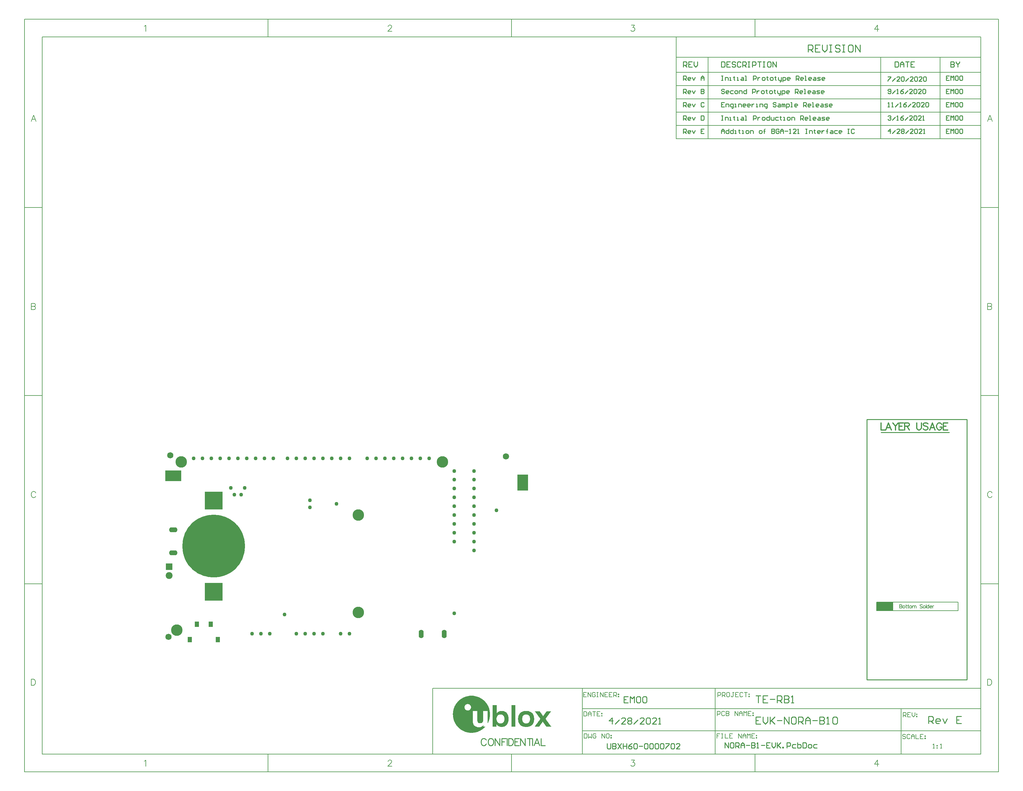
<source format=gbs>
G04*
G04 #@! TF.GenerationSoftware,Altium Limited,Altium Designer,24.5.2 (23)*
G04*
G04 Layer_Color=16711935*
%FSLAX44Y44*%
%MOMM*%
G71*
G04*
G04 #@! TF.SameCoordinates,0C5A4069-AE43-482B-AD25-CF0848805004*
G04*
G04*
G04 #@! TF.FilePolarity,Negative*
G04*
G01*
G75*
%ADD10C,0.1270*%
%ADD14C,0.2540*%
%ADD15C,0.2000*%
%ADD17R,4.8260X2.4130*%
%ADD18C,0.1778*%
%ADD19C,0.2997*%
%ADD72C,0.1524*%
%ADD88C,1.1000*%
%ADD126R,4.6000X3.1000*%
%ADD127R,3.1000X4.6000*%
%ADD130O,2.4000X1.4000*%
%ADD131O,1.4000X2.4000*%
%ADD132C,1.9796*%
%ADD133R,1.9796X1.9796*%
%ADD134C,0.1000*%
%ADD135C,3.3000*%
%ADD162C,9.0000*%
%ADD163C,18.0000*%
%ADD164R,1.3000X1.5000*%
%ADD165R,5.1800X5.1800*%
G04:AMPARAMS|DCode=166|XSize=10.1mm|YSize=10.1mm|CornerRadius=2.55mm|HoleSize=0mm|Usage=FLASHONLY|Rotation=90.000|XOffset=0mm|YOffset=0mm|HoleType=Round|Shape=RoundedRectangle|*
%AMROUNDEDRECTD166*
21,1,10.1000,5.0000,0,0,90.0*
21,1,5.0000,10.1000,0,0,90.0*
1,1,5.1000,2.5000,2.5000*
1,1,5.1000,2.5000,-2.5000*
1,1,5.1000,-2.5000,-2.5000*
1,1,5.1000,-2.5000,2.5000*
%
%ADD166ROUNDEDRECTD166*%
G36*
X21421Y547566D02*
X22900Y546953D01*
X24231Y546063D01*
X25363Y544931D01*
X26253Y543600D01*
X26866Y542121D01*
X27178Y540550D01*
Y539750D01*
Y538949D01*
X26866Y537379D01*
X26253Y535900D01*
X25363Y534569D01*
X24231Y533437D01*
X22900Y532547D01*
X21421Y531934D01*
X19850Y531622D01*
X18249D01*
X16679Y531934D01*
X15200Y532547D01*
X13869Y533437D01*
X12737Y534569D01*
X11847Y535900D01*
X11234Y537379D01*
X10922Y538949D01*
Y539750D01*
Y540550D01*
X11234Y542121D01*
X11847Y543600D01*
X12737Y544931D01*
X13869Y546063D01*
X15200Y546953D01*
X16679Y547566D01*
X18249Y547878D01*
X19850D01*
X21421Y547566D01*
D02*
G37*
G36*
X984335Y544518D02*
X985814Y543905D01*
X987145Y543015D01*
X988277Y541883D01*
X989167Y540552D01*
X989780Y539073D01*
X990092Y537503D01*
Y536702D01*
Y535901D01*
X989780Y534331D01*
X989167Y532852D01*
X988277Y531521D01*
X987145Y530389D01*
X985814Y529499D01*
X984335Y528886D01*
X982765Y528574D01*
X981163D01*
X979593Y528886D01*
X978114Y529499D01*
X976783Y530389D01*
X975651Y531521D01*
X974761Y532852D01*
X974148Y534331D01*
X973836Y535901D01*
Y536702D01*
Y537503D01*
X974148Y539073D01*
X974761Y540552D01*
X975651Y541883D01*
X976783Y543015D01*
X978114Y543905D01*
X979593Y544518D01*
X981163Y544830D01*
X982765D01*
X984335Y544518D01*
D02*
G37*
G36*
X16341Y26866D02*
X17820Y26253D01*
X19151Y25363D01*
X20283Y24231D01*
X21173Y22900D01*
X21786Y21421D01*
X22098Y19850D01*
Y19050D01*
Y18249D01*
X21786Y16679D01*
X21173Y15200D01*
X20283Y13869D01*
X19151Y12737D01*
X17820Y11847D01*
X16341Y11234D01*
X14770Y10922D01*
X13169D01*
X11599Y11234D01*
X10120Y11847D01*
X8789Y12737D01*
X7657Y13869D01*
X6767Y15200D01*
X6154Y16679D01*
X5842Y18249D01*
Y19050D01*
Y19850D01*
X6154Y21421D01*
X6767Y22900D01*
X7657Y24231D01*
X8789Y25363D01*
X10120Y26253D01*
X11599Y26866D01*
X13169Y27178D01*
X14770D01*
X16341Y26866D01*
D02*
G37*
G36*
X1111121Y-194961D02*
X1110667D01*
Y-195414D01*
Y-195868D01*
X1110214D01*
Y-196322D01*
X1109760D01*
Y-196775D01*
X1109307D01*
Y-197229D01*
Y-197682D01*
X1108853D01*
Y-198136D01*
X1108400D01*
Y-198589D01*
Y-199043D01*
X1107946D01*
Y-199496D01*
X1107492D01*
Y-199950D01*
X1107039D01*
Y-200404D01*
Y-200857D01*
X1106585D01*
Y-201311D01*
X1106132D01*
Y-201764D01*
X1105678D01*
Y-202218D01*
Y-202671D01*
X1105225D01*
Y-203125D01*
X1104771D01*
Y-203578D01*
X1104317D01*
Y-204032D01*
Y-204486D01*
X1103864D01*
Y-204939D01*
X1103410D01*
Y-205393D01*
Y-205846D01*
X1102957D01*
Y-206300D01*
X1102503D01*
Y-206753D01*
X1102050D01*
Y-207207D01*
Y-207661D01*
X1101596D01*
Y-208114D01*
X1101143D01*
Y-208568D01*
X1100689D01*
Y-209021D01*
Y-209475D01*
X1100236D01*
Y-209928D01*
X1099782D01*
Y-210382D01*
Y-210835D01*
X1099328D01*
Y-211289D01*
X1098875D01*
Y-211742D01*
X1098421D01*
Y-212196D01*
Y-212650D01*
X1097968D01*
Y-213103D01*
X1097514D01*
Y-213557D01*
X1097061D01*
Y-214010D01*
Y-214464D01*
X1096607D01*
Y-214917D01*
X1096153D01*
Y-215371D01*
X1095700D01*
Y-215825D01*
Y-216278D01*
Y-216732D01*
X1096153D01*
Y-217185D01*
Y-217639D01*
X1096607D01*
Y-218092D01*
X1097061D01*
Y-218546D01*
X1097514D01*
Y-218999D01*
Y-219453D01*
X1097968D01*
Y-219907D01*
X1098421D01*
Y-220360D01*
X1098875D01*
Y-220814D01*
Y-221267D01*
X1099328D01*
Y-221721D01*
X1099782D01*
Y-222174D01*
Y-222628D01*
X1100236D01*
Y-223081D01*
X1100689D01*
Y-223535D01*
X1101143D01*
Y-223988D01*
Y-224442D01*
X1101596D01*
Y-224896D01*
X1102050D01*
Y-225349D01*
X1102503D01*
Y-225803D01*
Y-226256D01*
X1102957D01*
Y-226710D01*
X1103410D01*
Y-227163D01*
X1103864D01*
Y-227617D01*
Y-228071D01*
X1104317D01*
Y-228524D01*
X1104771D01*
Y-228978D01*
X1105225D01*
Y-229431D01*
Y-229885D01*
X1105678D01*
Y-230338D01*
X1106132D01*
Y-230792D01*
X1106585D01*
Y-231245D01*
Y-231699D01*
X1107039D01*
Y-232153D01*
X1107492D01*
Y-232606D01*
X1107946D01*
Y-233060D01*
Y-233513D01*
X1108400D01*
Y-233967D01*
X1108853D01*
Y-234420D01*
Y-234874D01*
X1109307D01*
Y-235327D01*
X1109760D01*
Y-235781D01*
X1110214D01*
Y-236234D01*
Y-236688D01*
X1110667D01*
Y-237142D01*
X1111121D01*
Y-237595D01*
X1111574D01*
Y-238049D01*
X1112028D01*
Y-238502D01*
X1097514D01*
Y-238049D01*
Y-237595D01*
X1097061D01*
Y-237142D01*
X1096607D01*
Y-236688D01*
X1096153D01*
Y-236234D01*
Y-235781D01*
X1095700D01*
Y-235327D01*
X1095246D01*
Y-234874D01*
X1094793D01*
Y-234420D01*
Y-233967D01*
X1094339D01*
Y-233513D01*
X1093886D01*
Y-233060D01*
Y-232606D01*
X1093432D01*
Y-232153D01*
X1092979D01*
Y-231699D01*
X1092525D01*
Y-231245D01*
Y-230792D01*
X1092072D01*
Y-230338D01*
X1091618D01*
Y-229885D01*
X1091164D01*
Y-229431D01*
Y-228978D01*
X1090711D01*
Y-228524D01*
X1090257D01*
Y-228071D01*
Y-227617D01*
X1089804D01*
Y-227163D01*
X1089350D01*
Y-226710D01*
X1088897D01*
Y-226256D01*
Y-225803D01*
X1088443D01*
Y-225349D01*
X1087990D01*
Y-224896D01*
X1087536D01*
Y-224442D01*
X1087082D01*
Y-224896D01*
Y-225349D01*
X1086629D01*
Y-225803D01*
X1086175D01*
Y-226256D01*
X1085722D01*
Y-226710D01*
Y-227163D01*
X1085268D01*
Y-227617D01*
X1084815D01*
Y-228071D01*
Y-228524D01*
X1084361D01*
Y-228978D01*
X1083907D01*
Y-229431D01*
X1083454D01*
Y-229885D01*
Y-230338D01*
X1083000D01*
Y-230792D01*
X1082547D01*
Y-231245D01*
Y-231699D01*
X1082093D01*
Y-232153D01*
X1081640D01*
Y-232606D01*
X1081186D01*
Y-233060D01*
Y-233513D01*
X1080733D01*
Y-233967D01*
X1080279D01*
Y-234420D01*
Y-234874D01*
X1079826D01*
Y-235327D01*
X1079372D01*
Y-235781D01*
X1078918D01*
Y-236234D01*
Y-236688D01*
X1078465D01*
Y-237142D01*
X1078011D01*
Y-237595D01*
Y-238049D01*
X1077558D01*
Y-238502D01*
X1064405D01*
Y-238049D01*
X1064858D01*
Y-237595D01*
X1065312D01*
Y-237142D01*
Y-236688D01*
X1065765D01*
Y-236234D01*
X1066219D01*
Y-235781D01*
X1066672D01*
Y-235327D01*
Y-234874D01*
X1067126D01*
Y-234420D01*
X1067579D01*
Y-233967D01*
Y-233513D01*
X1068033D01*
Y-233060D01*
X1068487D01*
Y-232606D01*
X1068940D01*
Y-232153D01*
X1069394D01*
Y-231699D01*
Y-231245D01*
X1069847D01*
Y-230792D01*
X1070301D01*
Y-230338D01*
Y-229885D01*
X1070754D01*
Y-229431D01*
X1071208D01*
Y-228978D01*
X1071662D01*
Y-228524D01*
Y-228071D01*
X1072115D01*
Y-227617D01*
X1072569D01*
Y-227163D01*
X1073022D01*
Y-226710D01*
Y-226256D01*
X1073476D01*
Y-225803D01*
X1073929D01*
Y-225349D01*
X1074383D01*
Y-224896D01*
Y-224442D01*
X1074836D01*
Y-223988D01*
X1075290D01*
Y-223535D01*
X1075743D01*
Y-223081D01*
Y-222628D01*
X1076197D01*
Y-222174D01*
X1076651D01*
Y-221721D01*
X1077104D01*
Y-221267D01*
Y-220814D01*
X1077558D01*
Y-220360D01*
X1078011D01*
Y-219907D01*
X1078465D01*
Y-219453D01*
Y-218999D01*
X1078918D01*
Y-218546D01*
X1079372D01*
Y-218092D01*
Y-217639D01*
X1079826D01*
Y-217185D01*
X1080279D01*
Y-216732D01*
X1080733D01*
Y-216278D01*
Y-215825D01*
X1080279D01*
Y-215371D01*
X1079826D01*
Y-214917D01*
X1079372D01*
Y-214464D01*
Y-214010D01*
X1078918D01*
Y-213557D01*
X1078465D01*
Y-213103D01*
X1078011D01*
Y-212650D01*
Y-212196D01*
X1077558D01*
Y-211742D01*
X1077104D01*
Y-211289D01*
Y-210835D01*
X1076651D01*
Y-210382D01*
X1076197D01*
Y-209928D01*
X1075743D01*
Y-209475D01*
Y-209021D01*
X1075290D01*
Y-208568D01*
X1074836D01*
Y-208114D01*
X1074383D01*
Y-207661D01*
Y-207207D01*
X1073929D01*
Y-206753D01*
X1073476D01*
Y-206300D01*
Y-205846D01*
X1073022D01*
Y-205393D01*
X1072569D01*
Y-204939D01*
X1072115D01*
Y-204486D01*
Y-204032D01*
X1071662D01*
Y-203578D01*
X1071208D01*
Y-203125D01*
X1070754D01*
Y-202671D01*
Y-202218D01*
X1070301D01*
Y-201764D01*
X1069847D01*
Y-201311D01*
Y-200857D01*
X1069394D01*
Y-200404D01*
X1068940D01*
Y-199950D01*
X1068487D01*
Y-199496D01*
Y-199043D01*
X1068033D01*
Y-198589D01*
X1067579D01*
Y-198136D01*
X1067126D01*
Y-197682D01*
Y-197229D01*
X1066672D01*
Y-196775D01*
X1066219D01*
Y-196322D01*
Y-195868D01*
X1065765D01*
Y-195414D01*
X1065312D01*
Y-194961D01*
X1064858D01*
Y-194507D01*
X1078918D01*
Y-194961D01*
X1079372D01*
Y-195414D01*
X1079826D01*
Y-195868D01*
Y-196322D01*
X1080279D01*
Y-196775D01*
X1080733D01*
Y-197229D01*
X1081186D01*
Y-197682D01*
Y-198136D01*
X1081640D01*
Y-198589D01*
X1082093D01*
Y-199043D01*
Y-199496D01*
X1082547D01*
Y-199950D01*
X1083000D01*
Y-200404D01*
Y-200857D01*
X1083454D01*
Y-201311D01*
X1083907D01*
Y-201764D01*
X1084361D01*
Y-202218D01*
Y-202671D01*
X1084815D01*
Y-203125D01*
X1085268D01*
Y-203578D01*
Y-204032D01*
X1085722D01*
Y-204486D01*
X1086175D01*
Y-204939D01*
X1086629D01*
Y-205393D01*
Y-205846D01*
X1087082D01*
Y-206300D01*
X1087536D01*
Y-206753D01*
Y-207207D01*
X1087990D01*
Y-207661D01*
X1088443D01*
Y-208114D01*
X1088897D01*
Y-207661D01*
X1089350D01*
Y-207207D01*
Y-206753D01*
X1089804D01*
Y-206300D01*
X1090257D01*
Y-205846D01*
X1090711D01*
Y-205393D01*
Y-204939D01*
X1091164D01*
Y-204486D01*
X1091618D01*
Y-204032D01*
Y-203578D01*
X1092072D01*
Y-203125D01*
X1092525D01*
Y-202671D01*
X1092979D01*
Y-202218D01*
Y-201764D01*
X1093432D01*
Y-201311D01*
X1093886D01*
Y-200857D01*
Y-200404D01*
X1094339D01*
Y-199950D01*
X1094793D01*
Y-199496D01*
X1095246D01*
Y-199043D01*
Y-198589D01*
X1095700D01*
Y-198136D01*
X1096153D01*
Y-197682D01*
Y-197229D01*
X1096607D01*
Y-196775D01*
X1097061D01*
Y-196322D01*
X1097514D01*
Y-195868D01*
Y-195414D01*
X1097968D01*
Y-194961D01*
X1098421D01*
Y-194507D01*
X1111121D01*
Y-194961D01*
D02*
G37*
G36*
X885250Y-150059D02*
X889786D01*
Y-150512D01*
X892507D01*
Y-150966D01*
X894775D01*
Y-151419D01*
X896589D01*
Y-151873D01*
X898403D01*
Y-152327D01*
X899764D01*
Y-152780D01*
X901124D01*
Y-153234D01*
X902485D01*
Y-153687D01*
X903392D01*
Y-154141D01*
X904753D01*
Y-154594D01*
X905660D01*
Y-155048D01*
X906567D01*
Y-155501D01*
X907474D01*
Y-155955D01*
X908381D01*
Y-156409D01*
X909288D01*
Y-156862D01*
X909742D01*
Y-157316D01*
X910649D01*
Y-157769D01*
X911556D01*
Y-158223D01*
X912010D01*
Y-158676D01*
X912917D01*
Y-159130D01*
X913371D01*
Y-159584D01*
X914278D01*
Y-160037D01*
X914731D01*
Y-160491D01*
X915185D01*
Y-160944D01*
X916092D01*
Y-161398D01*
X916545D01*
Y-161851D01*
X916999D01*
Y-162305D01*
X917452D01*
Y-162758D01*
X918360D01*
Y-163212D01*
X918813D01*
Y-163666D01*
X919267D01*
Y-164119D01*
X919720D01*
Y-164573D01*
X920174D01*
Y-165026D01*
X920627D01*
Y-165480D01*
X921081D01*
Y-165933D01*
X921535D01*
Y-166387D01*
X921988D01*
Y-166840D01*
X922442D01*
Y-167294D01*
X922895D01*
Y-167747D01*
X923349D01*
Y-168201D01*
Y-168655D01*
X923802D01*
Y-169108D01*
X924256D01*
Y-169562D01*
X924709D01*
Y-170015D01*
X925163D01*
Y-170469D01*
Y-170922D01*
X925617D01*
Y-171376D01*
X926070D01*
Y-171830D01*
X926524D01*
Y-172283D01*
Y-172737D01*
X926977D01*
Y-173190D01*
X927431D01*
Y-173644D01*
Y-174097D01*
X927884D01*
Y-174551D01*
X928338D01*
Y-175004D01*
Y-175458D01*
X928791D01*
Y-175912D01*
X929245D01*
Y-176365D01*
Y-176819D01*
X929698D01*
Y-177272D01*
Y-177726D01*
X930152D01*
Y-178179D01*
Y-178633D01*
X930606D01*
Y-179086D01*
Y-179540D01*
X931059D01*
Y-179993D01*
Y-180447D01*
X931513D01*
Y-180901D01*
Y-181354D01*
X931966D01*
Y-181808D01*
Y-182261D01*
X932420D01*
Y-182715D01*
Y-183168D01*
Y-183622D01*
X932873D01*
Y-184076D01*
Y-184529D01*
X933327D01*
Y-184983D01*
Y-185436D01*
Y-185890D01*
X933781D01*
Y-186343D01*
Y-186797D01*
Y-187250D01*
X934234D01*
Y-187704D01*
Y-188158D01*
Y-188611D01*
Y-189065D01*
X934688D01*
Y-189518D01*
Y-189972D01*
Y-190425D01*
Y-190879D01*
X935141D01*
Y-191332D01*
Y-191786D01*
Y-192240D01*
Y-192693D01*
X935595D01*
Y-193147D01*
Y-193600D01*
Y-194054D01*
Y-194507D01*
Y-194961D01*
Y-195414D01*
Y-195868D01*
X936048D01*
Y-196322D01*
Y-196775D01*
Y-197229D01*
Y-197682D01*
Y-198136D01*
Y-198589D01*
Y-199043D01*
Y-199496D01*
Y-199950D01*
Y-200404D01*
Y-200857D01*
X936502D01*
Y-201311D01*
Y-201764D01*
Y-202218D01*
Y-202671D01*
Y-203125D01*
Y-203578D01*
Y-204032D01*
Y-204486D01*
Y-204939D01*
Y-205393D01*
X936048D01*
Y-205846D01*
Y-206300D01*
Y-206753D01*
Y-207207D01*
Y-207661D01*
Y-208114D01*
Y-208568D01*
Y-209021D01*
Y-209475D01*
Y-209928D01*
Y-210382D01*
X935595D01*
Y-210835D01*
Y-211289D01*
Y-211742D01*
Y-212196D01*
Y-212650D01*
Y-213103D01*
X935141D01*
Y-213557D01*
Y-214010D01*
Y-214464D01*
Y-214917D01*
Y-215371D01*
X934688D01*
Y-215825D01*
Y-216278D01*
Y-216732D01*
Y-217185D01*
X934234D01*
Y-217639D01*
Y-218092D01*
Y-218546D01*
Y-218999D01*
X933781D01*
Y-219453D01*
Y-219907D01*
Y-220360D01*
X933327D01*
Y-220814D01*
Y-221267D01*
X932873D01*
Y-221721D01*
Y-222174D01*
Y-222628D01*
X932420D01*
Y-223081D01*
Y-223535D01*
X931966D01*
Y-223988D01*
Y-224442D01*
Y-224896D01*
X931513D01*
Y-225349D01*
Y-225803D01*
X931059D01*
Y-226256D01*
Y-226710D01*
X930606D01*
Y-227163D01*
Y-227617D01*
X930152D01*
Y-228071D01*
Y-228524D01*
X929698D01*
Y-228071D01*
Y-227617D01*
Y-227163D01*
Y-226710D01*
Y-226256D01*
Y-225803D01*
Y-225349D01*
Y-224896D01*
Y-224442D01*
Y-223988D01*
Y-223535D01*
Y-223081D01*
Y-222628D01*
Y-222174D01*
Y-221721D01*
Y-221267D01*
Y-220814D01*
Y-220360D01*
Y-219907D01*
Y-219453D01*
Y-218999D01*
Y-218546D01*
Y-218092D01*
Y-217639D01*
Y-217185D01*
Y-216732D01*
Y-216278D01*
Y-215825D01*
Y-215371D01*
Y-214917D01*
Y-214464D01*
Y-214010D01*
Y-213557D01*
Y-213103D01*
Y-212650D01*
Y-212196D01*
Y-211742D01*
Y-211289D01*
Y-210835D01*
Y-210382D01*
Y-209928D01*
Y-209475D01*
Y-209021D01*
Y-208568D01*
Y-208114D01*
Y-207661D01*
Y-207207D01*
Y-206753D01*
Y-206300D01*
Y-205846D01*
Y-205393D01*
Y-204939D01*
Y-204486D01*
Y-204032D01*
Y-203578D01*
Y-203125D01*
Y-202671D01*
Y-202218D01*
Y-201764D01*
Y-201311D01*
Y-200857D01*
Y-200404D01*
Y-199950D01*
Y-199496D01*
Y-199043D01*
Y-198589D01*
Y-198136D01*
Y-197682D01*
Y-197229D01*
Y-196775D01*
Y-196322D01*
Y-195868D01*
Y-195414D01*
Y-194961D01*
Y-194507D01*
Y-194054D01*
X916999D01*
Y-194507D01*
Y-194961D01*
Y-195414D01*
Y-195868D01*
Y-196322D01*
Y-196775D01*
Y-197229D01*
Y-197682D01*
Y-198136D01*
Y-198589D01*
Y-199043D01*
Y-199496D01*
Y-199950D01*
Y-200404D01*
Y-200857D01*
Y-201311D01*
Y-201764D01*
Y-202218D01*
Y-202671D01*
Y-203125D01*
Y-203578D01*
Y-204032D01*
Y-204486D01*
Y-204939D01*
Y-205393D01*
Y-205846D01*
Y-206300D01*
Y-206753D01*
Y-207207D01*
Y-207661D01*
Y-208114D01*
Y-208568D01*
Y-209021D01*
Y-209475D01*
Y-209928D01*
Y-210382D01*
Y-210835D01*
Y-211289D01*
Y-211742D01*
Y-212196D01*
Y-212650D01*
Y-213103D01*
Y-213557D01*
Y-214010D01*
Y-214464D01*
Y-214917D01*
Y-215371D01*
Y-215825D01*
Y-216278D01*
Y-216732D01*
Y-217185D01*
Y-217639D01*
Y-218092D01*
Y-218546D01*
Y-218999D01*
Y-219453D01*
Y-219907D01*
Y-220360D01*
Y-220814D01*
Y-221267D01*
Y-221721D01*
X916545D01*
Y-222174D01*
Y-222628D01*
Y-223081D01*
Y-223535D01*
X916092D01*
Y-223988D01*
Y-224442D01*
X915638D01*
Y-224896D01*
Y-225349D01*
X915185D01*
Y-225803D01*
X914731D01*
Y-226256D01*
X914278D01*
Y-226710D01*
X913824D01*
Y-227163D01*
X913371D01*
Y-227617D01*
X912463D01*
Y-228071D01*
X911103D01*
Y-228524D01*
X904753D01*
Y-228071D01*
X903392D01*
Y-227617D01*
X902485D01*
Y-227163D01*
X902032D01*
Y-226710D01*
X901578D01*
Y-226256D01*
X901124D01*
Y-225803D01*
Y-225349D01*
X900671D01*
Y-224896D01*
Y-224442D01*
X900217D01*
Y-223988D01*
Y-223535D01*
Y-223081D01*
Y-222628D01*
X899764D01*
Y-222174D01*
Y-221721D01*
Y-221267D01*
Y-220814D01*
Y-220360D01*
Y-219907D01*
Y-219453D01*
Y-218999D01*
Y-218546D01*
Y-218092D01*
Y-217639D01*
Y-217185D01*
Y-216732D01*
Y-216278D01*
Y-215825D01*
Y-215371D01*
Y-214917D01*
Y-214464D01*
Y-214010D01*
Y-213557D01*
Y-213103D01*
Y-212650D01*
Y-212196D01*
Y-211742D01*
Y-211289D01*
Y-210835D01*
Y-210382D01*
Y-209928D01*
Y-209475D01*
Y-209021D01*
Y-208568D01*
Y-208114D01*
Y-207661D01*
Y-207207D01*
Y-206753D01*
Y-206300D01*
Y-205846D01*
Y-205393D01*
Y-204939D01*
Y-204486D01*
Y-204032D01*
Y-203578D01*
Y-203125D01*
Y-202671D01*
Y-202218D01*
Y-201764D01*
Y-201311D01*
Y-200857D01*
Y-200404D01*
Y-199950D01*
Y-199496D01*
Y-199043D01*
Y-198589D01*
Y-198136D01*
Y-197682D01*
Y-197229D01*
Y-196775D01*
Y-196322D01*
Y-195868D01*
Y-195414D01*
Y-194961D01*
Y-194507D01*
Y-194054D01*
X887064D01*
Y-194507D01*
Y-194961D01*
Y-195414D01*
Y-195868D01*
Y-196322D01*
Y-196775D01*
Y-197229D01*
Y-197682D01*
Y-198136D01*
Y-198589D01*
Y-199043D01*
Y-199496D01*
Y-199950D01*
Y-200404D01*
Y-200857D01*
Y-201311D01*
Y-201764D01*
Y-202218D01*
Y-202671D01*
Y-203125D01*
Y-203578D01*
Y-204032D01*
Y-204486D01*
Y-204939D01*
Y-205393D01*
Y-205846D01*
Y-206300D01*
Y-206753D01*
Y-207207D01*
Y-207661D01*
Y-208114D01*
Y-208568D01*
Y-209021D01*
Y-209475D01*
Y-209928D01*
Y-210382D01*
Y-210835D01*
Y-211289D01*
Y-211742D01*
Y-212196D01*
Y-212650D01*
Y-213103D01*
Y-213557D01*
Y-214010D01*
Y-214464D01*
Y-214917D01*
Y-215371D01*
Y-215825D01*
Y-216278D01*
Y-216732D01*
Y-217185D01*
Y-217639D01*
Y-218092D01*
Y-218546D01*
Y-218999D01*
Y-219453D01*
Y-219907D01*
Y-220360D01*
Y-220814D01*
Y-221267D01*
Y-221721D01*
Y-222174D01*
Y-222628D01*
Y-223081D01*
Y-223535D01*
Y-223988D01*
Y-224442D01*
Y-224896D01*
Y-225349D01*
Y-225803D01*
Y-226256D01*
Y-226710D01*
Y-227163D01*
X887518D01*
Y-227617D01*
Y-228071D01*
Y-228524D01*
Y-228978D01*
X887971D01*
Y-229431D01*
Y-229885D01*
Y-230338D01*
X888425D01*
Y-230792D01*
Y-231245D01*
Y-231699D01*
X888878D01*
Y-232153D01*
Y-232606D01*
X889332D01*
Y-233060D01*
X889786D01*
Y-233513D01*
Y-233967D01*
X890239D01*
Y-234420D01*
X890693D01*
Y-234874D01*
X891146D01*
Y-235327D01*
X891600D01*
Y-235781D01*
X892053D01*
Y-236234D01*
X892507D01*
Y-236688D01*
X893414D01*
Y-237142D01*
X893868D01*
Y-237595D01*
X894775D01*
Y-238049D01*
X895682D01*
Y-238502D01*
X896589D01*
Y-238956D01*
X897950D01*
Y-239409D01*
X899764D01*
Y-239863D01*
X908835D01*
Y-239409D01*
X910649D01*
Y-238956D01*
X911556D01*
Y-238502D01*
X912917D01*
Y-238049D01*
X913371D01*
Y-237595D01*
X914278D01*
Y-237142D01*
X914731D01*
Y-236688D01*
X915185D01*
Y-236234D01*
X916092D01*
Y-235781D01*
X916545D01*
Y-235327D01*
X916999D01*
Y-234874D01*
Y-234420D01*
X917452D01*
Y-234874D01*
Y-235327D01*
Y-235781D01*
Y-236234D01*
Y-236688D01*
Y-237142D01*
Y-237595D01*
Y-238049D01*
Y-238502D01*
Y-238956D01*
X922442D01*
Y-239409D01*
X921988D01*
Y-239863D01*
X921535D01*
Y-240317D01*
X921081D01*
Y-240770D01*
X920627D01*
Y-241224D01*
X920174D01*
Y-241677D01*
X919720D01*
Y-242131D01*
X919267D01*
Y-242584D01*
X918813D01*
Y-243038D01*
X917906D01*
Y-243491D01*
X917452D01*
Y-243945D01*
X916999D01*
Y-244398D01*
X916545D01*
Y-244852D01*
X915638D01*
Y-245306D01*
X915185D01*
Y-245759D01*
X914731D01*
Y-246213D01*
X913824D01*
Y-246666D01*
X913371D01*
Y-247120D01*
X912463D01*
Y-247573D01*
X912010D01*
Y-248027D01*
X911103D01*
Y-248480D01*
X910649D01*
Y-248934D01*
X909742D01*
Y-249388D01*
X908835D01*
Y-249841D01*
X907928D01*
Y-250295D01*
X907474D01*
Y-250748D01*
X906567D01*
Y-251202D01*
X905206D01*
Y-251655D01*
X904299D01*
Y-252109D01*
X903392D01*
Y-252563D01*
X902032D01*
Y-253016D01*
X901124D01*
Y-253470D01*
X899764D01*
Y-253923D01*
X897950D01*
Y-254377D01*
X896589D01*
Y-254830D01*
X894775D01*
Y-255284D01*
X892053D01*
Y-255737D01*
X888878D01*
Y-256191D01*
X877086D01*
Y-255737D01*
X873911D01*
Y-255284D01*
X871643D01*
Y-254830D01*
X869829D01*
Y-254377D01*
X868015D01*
Y-253923D01*
X866654D01*
Y-253470D01*
X865294D01*
Y-253016D01*
X863933D01*
Y-252563D01*
X863026D01*
Y-252109D01*
X861665D01*
Y-251655D01*
X860758D01*
Y-251202D01*
X859851D01*
Y-250748D01*
X858944D01*
Y-250295D01*
X858037D01*
Y-249841D01*
X857130D01*
Y-249388D01*
X856222D01*
Y-248934D01*
X855769D01*
Y-248480D01*
X854862D01*
Y-248027D01*
X853955D01*
Y-247573D01*
X853501D01*
Y-247120D01*
X852594D01*
Y-246666D01*
X852140D01*
Y-246213D01*
X851687D01*
Y-245759D01*
X850780D01*
Y-245306D01*
X850326D01*
Y-244852D01*
X849873D01*
Y-244398D01*
X848966D01*
Y-243945D01*
X848512D01*
Y-243491D01*
X848058D01*
Y-243038D01*
X847605D01*
Y-242584D01*
X847151D01*
Y-242131D01*
X846698D01*
Y-241677D01*
X846244D01*
Y-241224D01*
X845791D01*
Y-240770D01*
X845337D01*
Y-240317D01*
X844883D01*
Y-239863D01*
X844430D01*
Y-239409D01*
X843976D01*
Y-238956D01*
X843523D01*
Y-238502D01*
X843069D01*
Y-238049D01*
X842616D01*
Y-237595D01*
X842162D01*
Y-237142D01*
X841709D01*
Y-236688D01*
Y-236234D01*
X841255D01*
Y-235781D01*
X840801D01*
Y-235327D01*
X840348D01*
Y-234874D01*
X839894D01*
Y-234420D01*
Y-233967D01*
X839441D01*
Y-233513D01*
X838987D01*
Y-233060D01*
Y-232606D01*
X838534D01*
Y-232153D01*
X838080D01*
Y-231699D01*
Y-231245D01*
X837627D01*
Y-230792D01*
X837173D01*
Y-230338D01*
Y-229885D01*
X836720D01*
Y-229431D01*
Y-228978D01*
X836266D01*
Y-228524D01*
Y-228071D01*
X835812D01*
Y-227617D01*
Y-227163D01*
X835359D01*
Y-226710D01*
Y-226256D01*
X834905D01*
Y-225803D01*
Y-225349D01*
X834452D01*
Y-224896D01*
Y-224442D01*
X833998D01*
Y-223988D01*
Y-223535D01*
X833545D01*
Y-223081D01*
Y-222628D01*
Y-222174D01*
X833091D01*
Y-221721D01*
Y-221267D01*
Y-220814D01*
X832637D01*
Y-220360D01*
Y-219907D01*
X832184D01*
Y-219453D01*
Y-218999D01*
Y-218546D01*
Y-218092D01*
X831730D01*
Y-217639D01*
Y-217185D01*
Y-216732D01*
X831277D01*
Y-216278D01*
Y-215825D01*
Y-215371D01*
Y-214917D01*
X830823D01*
Y-214464D01*
Y-214010D01*
Y-213557D01*
Y-213103D01*
Y-212650D01*
X830370D01*
Y-212196D01*
Y-211742D01*
Y-211289D01*
Y-210835D01*
Y-210382D01*
Y-209928D01*
Y-209475D01*
X829916D01*
Y-209021D01*
Y-208568D01*
Y-208114D01*
Y-207661D01*
Y-207207D01*
Y-206753D01*
Y-206300D01*
Y-205846D01*
Y-205393D01*
Y-204939D01*
X829463D01*
Y-204486D01*
Y-204032D01*
Y-203578D01*
Y-203125D01*
Y-202671D01*
Y-202218D01*
Y-201764D01*
Y-201311D01*
Y-200857D01*
X829916D01*
Y-200404D01*
Y-199950D01*
Y-199496D01*
Y-199043D01*
Y-198589D01*
Y-198136D01*
Y-197682D01*
Y-197229D01*
Y-196775D01*
X830370D01*
Y-196322D01*
Y-195868D01*
Y-195414D01*
Y-194961D01*
Y-194507D01*
Y-194054D01*
Y-193600D01*
X830823D01*
Y-193147D01*
Y-192693D01*
Y-192240D01*
Y-191786D01*
Y-191332D01*
X831277D01*
Y-190879D01*
Y-190425D01*
Y-189972D01*
Y-189518D01*
X831730D01*
Y-189065D01*
Y-188611D01*
Y-188158D01*
Y-187704D01*
X832184D01*
Y-187250D01*
Y-186797D01*
Y-186343D01*
X832637D01*
Y-185890D01*
Y-185436D01*
Y-184983D01*
X833091D01*
Y-184529D01*
Y-184076D01*
X833545D01*
Y-183622D01*
Y-183168D01*
Y-182715D01*
X833998D01*
Y-182261D01*
Y-181808D01*
X834452D01*
Y-181354D01*
Y-180901D01*
Y-180447D01*
X834905D01*
Y-179993D01*
Y-179540D01*
X835359D01*
Y-179086D01*
Y-178633D01*
X835812D01*
Y-178179D01*
Y-177726D01*
X836266D01*
Y-177272D01*
X836720D01*
Y-176819D01*
Y-176365D01*
X837173D01*
Y-175912D01*
Y-175458D01*
X837627D01*
Y-175004D01*
X838080D01*
Y-174551D01*
Y-174097D01*
X838534D01*
Y-173644D01*
X838987D01*
Y-173190D01*
Y-172737D01*
X839441D01*
Y-172283D01*
X839894D01*
Y-171830D01*
Y-171376D01*
X840348D01*
Y-170922D01*
X840801D01*
Y-170469D01*
X841255D01*
Y-170015D01*
Y-169562D01*
X841709D01*
Y-169108D01*
X842162D01*
Y-168655D01*
X842616D01*
Y-168201D01*
X843069D01*
Y-167747D01*
X843523D01*
Y-167294D01*
X843976D01*
Y-166840D01*
X844430D01*
Y-166387D01*
Y-165933D01*
X844883D01*
Y-165480D01*
X845337D01*
Y-165026D01*
X845791D01*
Y-164573D01*
X846698D01*
Y-164119D01*
X847151D01*
Y-163666D01*
X847605D01*
Y-163212D01*
X848058D01*
Y-162758D01*
X848512D01*
Y-162305D01*
X848966D01*
Y-161851D01*
X849419D01*
Y-161398D01*
X850326D01*
Y-160944D01*
X850780D01*
Y-160491D01*
X851233D01*
Y-160037D01*
X852140D01*
Y-159584D01*
X852594D01*
Y-159130D01*
X853501D01*
Y-158676D01*
X853955D01*
Y-158223D01*
X854862D01*
Y-157769D01*
X855315D01*
Y-157316D01*
X856222D01*
Y-156862D01*
X857130D01*
Y-156409D01*
X857583D01*
Y-155955D01*
X858944D01*
Y-155501D01*
X859851D01*
Y-155048D01*
X860758D01*
Y-154594D01*
X861665D01*
Y-154141D01*
X862572D01*
Y-153687D01*
X863933D01*
Y-153234D01*
X864840D01*
Y-152780D01*
X866201D01*
Y-152327D01*
X867561D01*
Y-151873D01*
X869376D01*
Y-151419D01*
X871190D01*
Y-150966D01*
X873457D01*
Y-150512D01*
X876632D01*
Y-150059D01*
X881168D01*
Y-149605D01*
X885250D01*
Y-150059D01*
D02*
G37*
G36*
X1009071Y-177272D02*
Y-177726D01*
Y-178179D01*
Y-178633D01*
Y-179086D01*
Y-179540D01*
Y-179993D01*
Y-180447D01*
Y-180901D01*
Y-181354D01*
Y-181808D01*
Y-182261D01*
Y-182715D01*
Y-183168D01*
Y-183622D01*
Y-184076D01*
Y-184529D01*
Y-184983D01*
Y-185436D01*
Y-185890D01*
Y-186343D01*
Y-186797D01*
Y-187250D01*
Y-187704D01*
Y-188158D01*
Y-188611D01*
Y-189065D01*
Y-189518D01*
Y-189972D01*
Y-190425D01*
Y-190879D01*
Y-191332D01*
Y-191786D01*
Y-192240D01*
Y-192693D01*
Y-193147D01*
Y-193600D01*
Y-194054D01*
Y-194507D01*
Y-194961D01*
Y-195414D01*
Y-195868D01*
Y-196322D01*
Y-196775D01*
Y-197229D01*
Y-197682D01*
Y-198136D01*
Y-198589D01*
Y-199043D01*
Y-199496D01*
Y-199950D01*
Y-200404D01*
Y-200857D01*
Y-201311D01*
Y-201764D01*
Y-202218D01*
Y-202671D01*
Y-203125D01*
Y-203578D01*
Y-204032D01*
Y-204486D01*
Y-204939D01*
Y-205393D01*
Y-205846D01*
Y-206300D01*
Y-206753D01*
Y-207207D01*
Y-207661D01*
Y-208114D01*
Y-208568D01*
Y-209021D01*
Y-209475D01*
Y-209928D01*
Y-210382D01*
Y-210835D01*
Y-211289D01*
Y-211742D01*
Y-212196D01*
Y-212650D01*
Y-213103D01*
Y-213557D01*
Y-214010D01*
Y-214464D01*
Y-214917D01*
Y-215371D01*
Y-215825D01*
Y-216278D01*
Y-216732D01*
Y-217185D01*
Y-217639D01*
Y-218092D01*
Y-218546D01*
Y-218999D01*
Y-219453D01*
Y-219907D01*
Y-220360D01*
Y-220814D01*
Y-221267D01*
Y-221721D01*
Y-222174D01*
Y-222628D01*
Y-223081D01*
Y-223535D01*
Y-223988D01*
Y-224442D01*
Y-224896D01*
Y-225349D01*
Y-225803D01*
Y-226256D01*
Y-226710D01*
Y-227163D01*
Y-227617D01*
Y-228071D01*
Y-228524D01*
Y-228978D01*
Y-229431D01*
Y-229885D01*
Y-230338D01*
Y-230792D01*
Y-231245D01*
Y-231699D01*
Y-232153D01*
Y-232606D01*
Y-233060D01*
Y-233513D01*
Y-233967D01*
Y-234420D01*
Y-234874D01*
Y-235327D01*
Y-235781D01*
Y-236234D01*
Y-236688D01*
Y-237142D01*
Y-237595D01*
Y-238049D01*
Y-238502D01*
X997732D01*
Y-238049D01*
Y-237595D01*
Y-237142D01*
Y-236688D01*
Y-236234D01*
Y-235781D01*
Y-235327D01*
Y-234874D01*
Y-234420D01*
Y-233967D01*
Y-233513D01*
Y-233060D01*
Y-232606D01*
Y-232153D01*
Y-231699D01*
Y-231245D01*
Y-230792D01*
Y-230338D01*
Y-229885D01*
Y-229431D01*
Y-228978D01*
Y-228524D01*
Y-228071D01*
Y-227617D01*
Y-227163D01*
Y-226710D01*
Y-226256D01*
Y-225803D01*
Y-225349D01*
Y-224896D01*
Y-224442D01*
Y-223988D01*
Y-223535D01*
Y-223081D01*
Y-222628D01*
Y-222174D01*
Y-221721D01*
Y-221267D01*
Y-220814D01*
Y-220360D01*
Y-219907D01*
Y-219453D01*
Y-218999D01*
Y-218546D01*
Y-218092D01*
Y-217639D01*
Y-217185D01*
Y-216732D01*
Y-216278D01*
Y-215825D01*
Y-215371D01*
Y-214917D01*
Y-214464D01*
Y-214010D01*
Y-213557D01*
Y-213103D01*
Y-212650D01*
Y-212196D01*
Y-211742D01*
Y-211289D01*
Y-210835D01*
Y-210382D01*
Y-209928D01*
Y-209475D01*
Y-209021D01*
Y-208568D01*
Y-208114D01*
Y-207661D01*
Y-207207D01*
Y-206753D01*
Y-206300D01*
Y-205846D01*
Y-205393D01*
Y-204939D01*
Y-204486D01*
Y-204032D01*
Y-203578D01*
Y-203125D01*
Y-202671D01*
Y-202218D01*
Y-201764D01*
Y-201311D01*
Y-200857D01*
Y-200404D01*
Y-199950D01*
Y-199496D01*
Y-199043D01*
Y-198589D01*
Y-198136D01*
Y-197682D01*
Y-197229D01*
Y-196775D01*
Y-196322D01*
Y-195868D01*
Y-195414D01*
Y-194961D01*
Y-194507D01*
Y-194054D01*
Y-193600D01*
Y-193147D01*
Y-192693D01*
Y-192240D01*
Y-191786D01*
Y-191332D01*
Y-190879D01*
Y-190425D01*
Y-189972D01*
Y-189518D01*
Y-189065D01*
Y-188611D01*
Y-188158D01*
Y-187704D01*
Y-187250D01*
Y-186797D01*
Y-186343D01*
Y-185890D01*
Y-185436D01*
Y-184983D01*
Y-184529D01*
Y-184076D01*
Y-183622D01*
Y-183168D01*
Y-182715D01*
Y-182261D01*
Y-181808D01*
Y-181354D01*
Y-180901D01*
Y-180447D01*
Y-179993D01*
Y-179540D01*
Y-179086D01*
Y-178633D01*
Y-178179D01*
Y-177726D01*
Y-177272D01*
Y-176819D01*
X1009071D01*
Y-177272D01*
D02*
G37*
G36*
X1045355Y-194054D02*
X1047623D01*
Y-194507D01*
X1048984D01*
Y-194961D01*
X1050344D01*
Y-195414D01*
X1051252D01*
Y-195868D01*
X1052159D01*
Y-196322D01*
X1053066D01*
Y-196775D01*
X1053973D01*
Y-197229D01*
X1054426D01*
Y-197682D01*
X1055333D01*
Y-198136D01*
X1055787D01*
Y-198589D01*
X1056241D01*
Y-199043D01*
X1056694D01*
Y-199496D01*
X1057148D01*
Y-199950D01*
X1057601D01*
Y-200404D01*
X1058055D01*
Y-200857D01*
X1058508D01*
Y-201311D01*
X1058962D01*
Y-201764D01*
Y-202218D01*
X1059416D01*
Y-202671D01*
X1059869D01*
Y-203125D01*
Y-203578D01*
X1060323D01*
Y-204032D01*
Y-204486D01*
X1060776D01*
Y-204939D01*
Y-205393D01*
X1061230D01*
Y-205846D01*
Y-206300D01*
X1061683D01*
Y-206753D01*
Y-207207D01*
Y-207661D01*
X1062137D01*
Y-208114D01*
Y-208568D01*
Y-209021D01*
Y-209475D01*
Y-209928D01*
X1062590D01*
Y-210382D01*
Y-210835D01*
Y-211289D01*
Y-211742D01*
Y-212196D01*
Y-212650D01*
Y-213103D01*
X1063044D01*
Y-213557D01*
Y-214010D01*
Y-214464D01*
Y-214917D01*
Y-215371D01*
Y-215825D01*
Y-216278D01*
Y-216732D01*
Y-217185D01*
Y-217639D01*
Y-218092D01*
Y-218546D01*
Y-218999D01*
Y-219453D01*
Y-219907D01*
X1062590D01*
Y-220360D01*
Y-220814D01*
Y-221267D01*
Y-221721D01*
Y-222174D01*
Y-222628D01*
Y-223081D01*
X1062137D01*
Y-223535D01*
Y-223988D01*
Y-224442D01*
Y-224896D01*
X1061683D01*
Y-225349D01*
Y-225803D01*
Y-226256D01*
X1061230D01*
Y-226710D01*
Y-227163D01*
Y-227617D01*
X1060776D01*
Y-228071D01*
Y-228524D01*
X1060323D01*
Y-228978D01*
Y-229431D01*
X1059869D01*
Y-229885D01*
Y-230338D01*
X1059416D01*
Y-230792D01*
X1058962D01*
Y-231245D01*
X1058508D01*
Y-231699D01*
Y-232153D01*
X1058055D01*
Y-232606D01*
X1057601D01*
Y-233060D01*
X1057148D01*
Y-233513D01*
X1056694D01*
Y-233967D01*
X1056241D01*
Y-234420D01*
X1055787D01*
Y-234874D01*
X1054880D01*
Y-235327D01*
X1054426D01*
Y-235781D01*
X1053519D01*
Y-236234D01*
X1053066D01*
Y-236688D01*
X1052159D01*
Y-237142D01*
X1051252D01*
Y-237595D01*
X1049891D01*
Y-238049D01*
X1048530D01*
Y-238502D01*
X1047169D01*
Y-238956D01*
X1044902D01*
Y-239409D01*
X1035377D01*
Y-238956D01*
X1032656D01*
Y-238502D01*
X1030841D01*
Y-238049D01*
X1029934D01*
Y-237595D01*
X1028574D01*
Y-237142D01*
X1027667D01*
Y-236688D01*
X1026759D01*
Y-236234D01*
X1026306D01*
Y-235781D01*
X1025399D01*
Y-235327D01*
X1024945D01*
Y-234874D01*
X1024038D01*
Y-234420D01*
X1023585D01*
Y-233967D01*
X1023131D01*
Y-233513D01*
X1022678D01*
Y-233060D01*
X1022224D01*
Y-232606D01*
X1021770D01*
Y-232153D01*
X1021317D01*
Y-231699D01*
Y-231245D01*
X1020863D01*
Y-230792D01*
X1020410D01*
Y-230338D01*
X1019956D01*
Y-229885D01*
Y-229431D01*
X1019503D01*
Y-228978D01*
Y-228524D01*
X1019049D01*
Y-228071D01*
Y-227617D01*
X1018595D01*
Y-227163D01*
Y-226710D01*
Y-226256D01*
X1018142D01*
Y-225803D01*
Y-225349D01*
Y-224896D01*
X1017688D01*
Y-224442D01*
Y-223988D01*
Y-223535D01*
Y-223081D01*
X1017235D01*
Y-222628D01*
Y-222174D01*
Y-221721D01*
Y-221267D01*
Y-220814D01*
Y-220360D01*
Y-219907D01*
Y-219453D01*
X1016781D01*
Y-218999D01*
Y-218546D01*
Y-218092D01*
Y-217639D01*
Y-217185D01*
Y-216732D01*
Y-216278D01*
Y-215825D01*
Y-215371D01*
Y-214917D01*
Y-214464D01*
Y-214010D01*
Y-213557D01*
X1017235D01*
Y-213103D01*
Y-212650D01*
Y-212196D01*
Y-211742D01*
Y-211289D01*
Y-210835D01*
Y-210382D01*
Y-209928D01*
X1017688D01*
Y-209475D01*
Y-209021D01*
Y-208568D01*
Y-208114D01*
X1018142D01*
Y-207661D01*
Y-207207D01*
Y-206753D01*
X1018595D01*
Y-206300D01*
Y-205846D01*
Y-205393D01*
X1019049D01*
Y-204939D01*
Y-204486D01*
X1019503D01*
Y-204032D01*
Y-203578D01*
X1019956D01*
Y-203125D01*
Y-202671D01*
X1020410D01*
Y-202218D01*
X1020863D01*
Y-201764D01*
Y-201311D01*
X1021317D01*
Y-200857D01*
X1021770D01*
Y-200404D01*
X1022224D01*
Y-199950D01*
X1022678D01*
Y-199496D01*
X1023131D01*
Y-199043D01*
X1023585D01*
Y-198589D01*
X1024038D01*
Y-198136D01*
X1024492D01*
Y-197682D01*
X1025399D01*
Y-197229D01*
X1025852D01*
Y-196775D01*
X1026759D01*
Y-196322D01*
X1027667D01*
Y-195868D01*
X1028574D01*
Y-195414D01*
X1029481D01*
Y-194961D01*
X1030841D01*
Y-194507D01*
X1032202D01*
Y-194054D01*
X1034470D01*
Y-193600D01*
X1045355D01*
Y-194054D01*
D02*
G37*
G36*
X955551Y-177272D02*
Y-177726D01*
Y-178179D01*
Y-178633D01*
Y-179086D01*
Y-179540D01*
Y-179993D01*
Y-180447D01*
Y-180901D01*
Y-181354D01*
Y-181808D01*
Y-182261D01*
Y-182715D01*
Y-183168D01*
Y-183622D01*
Y-184076D01*
Y-184529D01*
Y-184983D01*
Y-185436D01*
Y-185890D01*
Y-186343D01*
Y-186797D01*
Y-187250D01*
Y-187704D01*
Y-188158D01*
Y-188611D01*
Y-189065D01*
Y-189518D01*
Y-189972D01*
Y-190425D01*
Y-190879D01*
Y-191332D01*
Y-191786D01*
Y-192240D01*
Y-192693D01*
Y-193147D01*
Y-193600D01*
Y-194054D01*
Y-194507D01*
Y-194961D01*
Y-195414D01*
Y-195868D01*
Y-196322D01*
Y-196775D01*
Y-197229D01*
Y-197682D01*
Y-198136D01*
Y-198589D01*
Y-199043D01*
Y-199496D01*
X956458D01*
Y-199043D01*
X956912D01*
Y-198589D01*
X957365D01*
Y-198136D01*
X957819D01*
Y-197682D01*
X958272D01*
Y-197229D01*
X958726D01*
Y-196775D01*
X959180D01*
Y-196322D01*
X960087D01*
Y-195868D01*
X960540D01*
Y-195414D01*
X961447D01*
Y-194961D01*
X962355D01*
Y-194507D01*
X963715D01*
Y-194054D01*
X965529D01*
Y-193600D01*
X974147D01*
Y-194054D01*
X975961D01*
Y-194507D01*
X977322D01*
Y-194961D01*
X978682D01*
Y-195414D01*
X979590D01*
Y-195868D01*
X980043D01*
Y-196322D01*
X980950D01*
Y-196775D01*
X981404D01*
Y-197229D01*
X982311D01*
Y-197682D01*
X982765D01*
Y-198136D01*
X983218D01*
Y-198589D01*
X983672D01*
Y-199043D01*
X984125D01*
Y-199496D01*
X984579D01*
Y-199950D01*
Y-200404D01*
X985032D01*
Y-200857D01*
X985486D01*
Y-201311D01*
X985939D01*
Y-201764D01*
Y-202218D01*
X986393D01*
Y-202671D01*
Y-203125D01*
X986846D01*
Y-203578D01*
Y-204032D01*
X987300D01*
Y-204486D01*
Y-204939D01*
X987754D01*
Y-205393D01*
Y-205846D01*
Y-206300D01*
X988207D01*
Y-206753D01*
Y-207207D01*
Y-207661D01*
Y-208114D01*
X988661D01*
Y-208568D01*
Y-209021D01*
Y-209475D01*
Y-209928D01*
Y-210382D01*
X989114D01*
Y-210835D01*
Y-211289D01*
Y-211742D01*
Y-212196D01*
Y-212650D01*
Y-213103D01*
Y-213557D01*
Y-214010D01*
Y-214464D01*
X989568D01*
Y-214917D01*
X989114D01*
Y-215371D01*
Y-215825D01*
Y-216278D01*
Y-216732D01*
Y-217185D01*
Y-217639D01*
Y-218092D01*
Y-218546D01*
Y-218999D01*
Y-219453D01*
Y-219907D01*
Y-220360D01*
Y-220814D01*
Y-221267D01*
Y-221721D01*
Y-222174D01*
Y-222628D01*
X988661D01*
Y-223081D01*
Y-223535D01*
Y-223988D01*
Y-224442D01*
Y-224896D01*
X988207D01*
Y-225349D01*
Y-225803D01*
Y-226256D01*
X987754D01*
Y-226710D01*
Y-227163D01*
Y-227617D01*
X987300D01*
Y-228071D01*
Y-228524D01*
Y-228978D01*
X986846D01*
Y-229431D01*
Y-229885D01*
X986393D01*
Y-230338D01*
Y-230792D01*
X985939D01*
Y-231245D01*
X985486D01*
Y-231699D01*
Y-232153D01*
X985032D01*
Y-232606D01*
X984579D01*
Y-233060D01*
X984125D01*
Y-233513D01*
X983672D01*
Y-233967D01*
Y-234420D01*
X982765D01*
Y-234874D01*
X982311D01*
Y-235327D01*
X981857D01*
Y-235781D01*
X981404D01*
Y-236234D01*
X980497D01*
Y-236688D01*
X980043D01*
Y-237142D01*
X979136D01*
Y-237595D01*
X978229D01*
Y-238049D01*
X977322D01*
Y-238502D01*
X975961D01*
Y-238956D01*
X973693D01*
Y-239409D01*
X965983D01*
Y-238956D01*
X963715D01*
Y-238502D01*
X962808D01*
Y-238049D01*
X961447D01*
Y-237595D01*
X960994D01*
Y-237142D01*
X960087D01*
Y-236688D01*
X959633D01*
Y-236234D01*
X958726D01*
Y-235781D01*
X958272D01*
Y-235327D01*
X957819D01*
Y-234874D01*
X957365D01*
Y-234420D01*
X956912D01*
Y-233967D01*
X956458D01*
Y-233513D01*
X956005D01*
Y-233060D01*
Y-232606D01*
X955098D01*
Y-233060D01*
Y-233513D01*
Y-233967D01*
Y-234420D01*
Y-234874D01*
Y-235327D01*
Y-235781D01*
Y-236234D01*
Y-236688D01*
Y-237142D01*
Y-237595D01*
Y-238049D01*
Y-238502D01*
X943759D01*
Y-238049D01*
Y-237595D01*
Y-237142D01*
Y-236688D01*
Y-236234D01*
Y-235781D01*
Y-235327D01*
Y-234874D01*
Y-234420D01*
Y-233967D01*
Y-233513D01*
Y-233060D01*
Y-232606D01*
Y-232153D01*
Y-231699D01*
Y-231245D01*
Y-230792D01*
Y-230338D01*
Y-229885D01*
Y-229431D01*
Y-228978D01*
Y-228524D01*
Y-228071D01*
Y-227617D01*
Y-227163D01*
Y-226710D01*
Y-226256D01*
Y-225803D01*
Y-225349D01*
Y-224896D01*
Y-224442D01*
Y-223988D01*
Y-223535D01*
Y-223081D01*
Y-222628D01*
Y-222174D01*
Y-221721D01*
Y-221267D01*
Y-220814D01*
Y-220360D01*
Y-219907D01*
Y-219453D01*
Y-218999D01*
Y-218546D01*
Y-218092D01*
Y-217639D01*
Y-217185D01*
Y-216732D01*
Y-216278D01*
Y-215825D01*
Y-215371D01*
Y-214917D01*
Y-214464D01*
Y-214010D01*
Y-213557D01*
Y-213103D01*
Y-212650D01*
Y-212196D01*
Y-211742D01*
Y-211289D01*
Y-210835D01*
Y-210382D01*
Y-209928D01*
Y-209475D01*
Y-209021D01*
Y-208568D01*
Y-208114D01*
Y-207661D01*
Y-207207D01*
Y-206753D01*
Y-206300D01*
Y-205846D01*
Y-205393D01*
Y-204939D01*
Y-204486D01*
Y-204032D01*
Y-203578D01*
Y-203125D01*
Y-202671D01*
Y-202218D01*
Y-201764D01*
Y-201311D01*
Y-200857D01*
Y-200404D01*
Y-199950D01*
Y-199496D01*
Y-199043D01*
Y-198589D01*
Y-198136D01*
Y-197682D01*
Y-197229D01*
Y-196775D01*
Y-196322D01*
Y-195868D01*
Y-195414D01*
Y-194961D01*
Y-194507D01*
Y-194054D01*
Y-193600D01*
Y-193147D01*
Y-192693D01*
Y-192240D01*
Y-191786D01*
Y-191332D01*
Y-190879D01*
Y-190425D01*
Y-189972D01*
Y-189518D01*
Y-189065D01*
Y-188611D01*
Y-188158D01*
Y-187704D01*
Y-187250D01*
Y-186797D01*
Y-186343D01*
Y-185890D01*
Y-185436D01*
Y-184983D01*
Y-184529D01*
Y-184076D01*
Y-183622D01*
Y-183168D01*
Y-182715D01*
Y-182261D01*
Y-181808D01*
Y-181354D01*
Y-180901D01*
Y-180447D01*
Y-179993D01*
Y-179540D01*
Y-179086D01*
Y-178633D01*
Y-178179D01*
Y-177726D01*
Y-177272D01*
Y-176819D01*
X955551D01*
Y-177272D01*
D02*
G37*
%LPC*%
G36*
X873457Y-173644D02*
X871190D01*
Y-174097D01*
X869376D01*
Y-174551D01*
X868468D01*
Y-175004D01*
X867561D01*
Y-175458D01*
X866654D01*
Y-175912D01*
X866201D01*
Y-176365D01*
X865747D01*
Y-176819D01*
X865294D01*
Y-177272D01*
X864840D01*
Y-177726D01*
Y-178179D01*
X864386D01*
Y-178633D01*
X863933D01*
Y-179086D01*
Y-179540D01*
X863479D01*
Y-179993D01*
Y-180447D01*
Y-180901D01*
Y-181354D01*
X863026D01*
Y-181808D01*
Y-182261D01*
Y-182715D01*
Y-183168D01*
Y-183622D01*
Y-184076D01*
Y-184529D01*
Y-184983D01*
X863479D01*
Y-185436D01*
Y-185890D01*
Y-186343D01*
X863933D01*
Y-186797D01*
Y-187250D01*
X864386D01*
Y-187704D01*
Y-188158D01*
X864840D01*
Y-188611D01*
X865294D01*
Y-189065D01*
X865747D01*
Y-189518D01*
X866201D01*
Y-189972D01*
X866654D01*
Y-190425D01*
X867108D01*
Y-190879D01*
X868015D01*
Y-191332D01*
X868922D01*
Y-191786D01*
X870283D01*
Y-192240D01*
X874365D01*
Y-191786D01*
X875725D01*
Y-191332D01*
X876632D01*
Y-190879D01*
X877540D01*
Y-190425D01*
X877993D01*
Y-189972D01*
X878447D01*
Y-189518D01*
X879354D01*
Y-189065D01*
Y-188611D01*
X879807D01*
Y-188158D01*
X880261D01*
Y-187704D01*
Y-187250D01*
X880714D01*
Y-186797D01*
Y-186343D01*
X881168D01*
Y-185890D01*
Y-185436D01*
Y-184983D01*
X881622D01*
Y-184529D01*
Y-184076D01*
Y-183622D01*
Y-183168D01*
Y-182715D01*
Y-182261D01*
Y-181808D01*
Y-181354D01*
X881168D01*
Y-180901D01*
Y-180447D01*
Y-179993D01*
Y-179540D01*
X880714D01*
Y-179086D01*
Y-178633D01*
X880261D01*
Y-178179D01*
Y-177726D01*
X879807D01*
Y-177272D01*
X879354D01*
Y-176819D01*
X878900D01*
Y-176365D01*
X878447D01*
Y-175912D01*
X877993D01*
Y-175458D01*
X877086D01*
Y-175004D01*
X876632D01*
Y-174551D01*
X875272D01*
Y-174097D01*
X873457D01*
Y-173644D01*
D02*
G37*
G36*
X1042180Y-203578D02*
X1037645D01*
Y-204032D01*
X1035831D01*
Y-204486D01*
X1034470D01*
Y-204939D01*
X1033563D01*
Y-205393D01*
X1033109D01*
Y-205846D01*
X1032656D01*
Y-206300D01*
X1032202D01*
Y-206753D01*
X1031749D01*
Y-207207D01*
X1031295D01*
Y-207661D01*
X1030841D01*
Y-208114D01*
X1030388D01*
Y-208568D01*
Y-209021D01*
X1029934D01*
Y-209475D01*
Y-209928D01*
X1029481D01*
Y-210382D01*
Y-210835D01*
Y-211289D01*
X1029027D01*
Y-211742D01*
Y-212196D01*
Y-212650D01*
Y-213103D01*
Y-213557D01*
Y-214010D01*
Y-214464D01*
X1028574D01*
Y-214917D01*
Y-215371D01*
Y-215825D01*
Y-216278D01*
Y-216732D01*
Y-217185D01*
Y-217639D01*
Y-218092D01*
X1029027D01*
Y-218546D01*
Y-218999D01*
Y-219453D01*
Y-219907D01*
Y-220360D01*
Y-220814D01*
Y-221267D01*
X1029481D01*
Y-221721D01*
Y-222174D01*
Y-222628D01*
X1029934D01*
Y-223081D01*
Y-223535D01*
Y-223988D01*
X1030388D01*
Y-224442D01*
X1030841D01*
Y-224896D01*
Y-225349D01*
X1031295D01*
Y-225803D01*
X1031749D01*
Y-226256D01*
X1032202D01*
Y-226710D01*
X1032656D01*
Y-227163D01*
X1033109D01*
Y-227617D01*
X1034016D01*
Y-228071D01*
X1034923D01*
Y-228524D01*
X1036284D01*
Y-228978D01*
X1038552D01*
Y-229431D01*
X1041273D01*
Y-228978D01*
X1043541D01*
Y-228524D01*
X1044902D01*
Y-228071D01*
X1045809D01*
Y-227617D01*
X1046716D01*
Y-227163D01*
X1047169D01*
Y-226710D01*
X1047623D01*
Y-226256D01*
X1048077D01*
Y-225803D01*
X1048530D01*
Y-225349D01*
X1048984D01*
Y-224896D01*
Y-224442D01*
X1049437D01*
Y-223988D01*
X1049891D01*
Y-223535D01*
Y-223081D01*
Y-222628D01*
X1050344D01*
Y-222174D01*
Y-221721D01*
Y-221267D01*
X1050798D01*
Y-220814D01*
Y-220360D01*
Y-219907D01*
Y-219453D01*
Y-218999D01*
X1051252D01*
Y-218546D01*
Y-218092D01*
Y-217639D01*
Y-217185D01*
Y-216732D01*
Y-216278D01*
Y-215825D01*
Y-215371D01*
Y-214917D01*
Y-214464D01*
Y-214010D01*
X1050798D01*
Y-213557D01*
Y-213103D01*
Y-212650D01*
Y-212196D01*
Y-211742D01*
Y-211289D01*
X1050344D01*
Y-210835D01*
Y-210382D01*
Y-209928D01*
X1049891D01*
Y-209475D01*
Y-209021D01*
X1049437D01*
Y-208568D01*
Y-208114D01*
X1048984D01*
Y-207661D01*
X1048530D01*
Y-207207D01*
X1048077D01*
Y-206753D01*
X1047623D01*
Y-206300D01*
X1047169D01*
Y-205846D01*
X1046716D01*
Y-205393D01*
X1045809D01*
Y-204939D01*
X1045355D01*
Y-204486D01*
X1043995D01*
Y-204032D01*
X1042180D01*
Y-203578D01*
D02*
G37*
G36*
X968251D02*
X964169D01*
Y-204032D01*
X962355D01*
Y-204486D01*
X960994D01*
Y-204939D01*
X960087D01*
Y-205393D01*
X959633D01*
Y-205846D01*
X958726D01*
Y-206300D01*
X958272D01*
Y-206753D01*
X957819D01*
Y-207207D01*
Y-207661D01*
X957365D01*
Y-208114D01*
X956912D01*
Y-208568D01*
Y-209021D01*
X956458D01*
Y-209475D01*
Y-209928D01*
X956005D01*
Y-210382D01*
Y-210835D01*
Y-211289D01*
X955551D01*
Y-211742D01*
Y-212196D01*
Y-212650D01*
Y-213103D01*
Y-213557D01*
X955098D01*
Y-214010D01*
Y-214464D01*
Y-214917D01*
Y-215371D01*
Y-215825D01*
Y-216278D01*
Y-216732D01*
Y-217185D01*
Y-217639D01*
Y-218092D01*
Y-218546D01*
Y-218999D01*
Y-219453D01*
X955551D01*
Y-219907D01*
Y-220360D01*
Y-220814D01*
Y-221267D01*
Y-221721D01*
X956005D01*
Y-222174D01*
Y-222628D01*
Y-223081D01*
X956458D01*
Y-223535D01*
Y-223988D01*
X956912D01*
Y-224442D01*
Y-224896D01*
X957365D01*
Y-225349D01*
X957819D01*
Y-225803D01*
X958272D01*
Y-226256D01*
X958726D01*
Y-226710D01*
X959180D01*
Y-227163D01*
X959633D01*
Y-227617D01*
X960540D01*
Y-228071D01*
X961447D01*
Y-228524D01*
X962355D01*
Y-228978D01*
X964622D01*
Y-229431D01*
X967797D01*
Y-228978D01*
X970065D01*
Y-228524D01*
X971426D01*
Y-228071D01*
X972333D01*
Y-227617D01*
X972786D01*
Y-227163D01*
X973693D01*
Y-226710D01*
X974147D01*
Y-226256D01*
X974601D01*
Y-225803D01*
X975054D01*
Y-225349D01*
Y-224896D01*
X975508D01*
Y-224442D01*
X975961D01*
Y-223988D01*
Y-223535D01*
X976415D01*
Y-223081D01*
Y-222628D01*
Y-222174D01*
X976868D01*
Y-221721D01*
Y-221267D01*
Y-220814D01*
Y-220360D01*
X977322D01*
Y-219907D01*
Y-219453D01*
Y-218999D01*
Y-218546D01*
Y-218092D01*
Y-217639D01*
Y-217185D01*
Y-216732D01*
Y-216278D01*
Y-215825D01*
Y-215371D01*
Y-214917D01*
Y-214464D01*
Y-214010D01*
Y-213557D01*
Y-213103D01*
Y-212650D01*
Y-212196D01*
X976868D01*
Y-211742D01*
Y-211289D01*
Y-210835D01*
Y-210382D01*
X976415D01*
Y-209928D01*
Y-209475D01*
X975961D01*
Y-209021D01*
Y-208568D01*
X975508D01*
Y-208114D01*
Y-207661D01*
X975054D01*
Y-207207D01*
X974601D01*
Y-206753D01*
X974147D01*
Y-206300D01*
X973693D01*
Y-205846D01*
X973240D01*
Y-205393D01*
X972333D01*
Y-204939D01*
X971426D01*
Y-204486D01*
X970518D01*
Y-204032D01*
X968251D01*
Y-203578D01*
D02*
G37*
%LPD*%
D10*
X2111174Y111625D02*
Y101467D01*
Y111625D02*
X2115527D01*
X2116979Y111141D01*
X2117462Y110657D01*
X2117946Y109690D01*
Y108723D01*
X2117462Y107755D01*
X2116979Y107271D01*
X2115527Y106788D01*
X2111174D02*
X2115527D01*
X2116979Y106304D01*
X2117462Y105820D01*
X2117946Y104853D01*
Y103402D01*
X2117462Y102434D01*
X2116979Y101951D01*
X2115527Y101467D01*
X2111174D01*
X2122638Y108239D02*
X2121671Y107755D01*
X2120703Y106788D01*
X2120219Y105337D01*
Y104369D01*
X2120703Y102918D01*
X2121671Y101951D01*
X2122638Y101467D01*
X2124089D01*
X2125056Y101951D01*
X2126024Y102918D01*
X2126508Y104369D01*
Y105337D01*
X2126024Y106788D01*
X2125056Y107755D01*
X2124089Y108239D01*
X2122638D01*
X2130184Y111625D02*
Y103402D01*
X2130667Y101951D01*
X2131635Y101467D01*
X2132602D01*
X2128733Y108239D02*
X2132119D01*
X2135504Y111625D02*
Y103402D01*
X2135988Y101951D01*
X2136956Y101467D01*
X2137923D01*
X2134053Y108239D02*
X2137439D01*
X2141793D02*
X2140825Y107755D01*
X2139858Y106788D01*
X2139374Y105337D01*
Y104369D01*
X2139858Y102918D01*
X2140825Y101951D01*
X2141793Y101467D01*
X2143244D01*
X2144211Y101951D01*
X2145179Y102918D01*
X2145662Y104369D01*
Y105337D01*
X2145179Y106788D01*
X2144211Y107755D01*
X2143244Y108239D01*
X2141793D01*
X2147887D02*
Y101467D01*
Y106304D02*
X2149339Y107755D01*
X2150306Y108239D01*
X2151757D01*
X2152724Y107755D01*
X2153208Y106304D01*
Y101467D01*
Y106304D02*
X2154659Y107755D01*
X2155627Y108239D01*
X2157078D01*
X2158045Y107755D01*
X2158529Y106304D01*
Y101467D01*
X2176474Y110174D02*
X2175507Y111141D01*
X2174056Y111625D01*
X2172121D01*
X2170670Y111141D01*
X2169702Y110174D01*
Y109206D01*
X2170186Y108239D01*
X2170670Y107755D01*
X2171637Y107271D01*
X2174539Y106304D01*
X2175507Y105820D01*
X2175991Y105337D01*
X2176474Y104369D01*
Y102918D01*
X2175507Y101951D01*
X2174056Y101467D01*
X2172121D01*
X2170670Y101951D01*
X2169702Y102918D01*
X2181166Y108239D02*
X2180199Y107755D01*
X2179232Y106788D01*
X2178748Y105337D01*
Y104369D01*
X2179232Y102918D01*
X2180199Y101951D01*
X2181166Y101467D01*
X2182617D01*
X2183585Y101951D01*
X2184552Y102918D01*
X2185036Y104369D01*
Y105337D01*
X2184552Y106788D01*
X2183585Y107755D01*
X2182617Y108239D01*
X2181166D01*
X2187261Y111625D02*
Y101467D01*
X2195194Y111625D02*
Y101467D01*
Y106788D02*
X2194226Y107755D01*
X2193259Y108239D01*
X2191808D01*
X2190840Y107755D01*
X2189873Y106788D01*
X2189389Y105337D01*
Y104369D01*
X2189873Y102918D01*
X2190840Y101951D01*
X2191808Y101467D01*
X2193259D01*
X2194226Y101951D01*
X2195194Y102918D01*
X2197903Y105337D02*
X2203707D01*
Y106304D01*
X2203223Y107271D01*
X2202740Y107755D01*
X2201772Y108239D01*
X2200321D01*
X2199354Y107755D01*
X2198386Y106788D01*
X2197903Y105337D01*
Y104369D01*
X2198386Y102918D01*
X2199354Y101951D01*
X2200321Y101467D01*
X2201772D01*
X2202740Y101951D01*
X2203707Y102918D01*
X2205884Y108239D02*
Y101467D01*
Y105337D02*
X2206367Y106788D01*
X2207335Y107755D01*
X2208302Y108239D01*
X2209753D01*
X2227580Y1448258D02*
Y1524508D01*
X2057400Y1448258D02*
Y1524508D01*
X1562100Y1448258D02*
Y1524508D01*
X1470660Y1448258D02*
Y1524508D01*
Y1448258D02*
X2344420D01*
X1470660Y1486358D02*
X2344360D01*
X1582360Y-165262D02*
Y-128686D01*
X1201360D02*
X1582360D01*
X772160D02*
X1201360D01*
X1582360Y-317662D02*
Y-165262D01*
X2115760Y-317662D02*
Y-187868D01*
X1201360Y-317662D02*
Y-128686D01*
X2344360Y-317662D02*
Y-128686D01*
X1582360D02*
X2344360D01*
X1201360Y-187106D02*
X2344360D01*
X1201360Y-250352D02*
X2344360D01*
X1201360Y-317662D02*
X2344360D01*
X772160D02*
Y-128686D01*
Y-317662D02*
X1201360D01*
X2227580Y1524508D02*
Y1681988D01*
X2057400Y1524508D02*
Y1681988D01*
X1562100Y1524508D02*
Y1681988D01*
X1470660D02*
X2344360D01*
X1470660Y1600708D02*
X2344360D01*
X1470660Y1638808D02*
X2344420D01*
X1470660Y1562608D02*
X2344360D01*
X1470660Y1524508D02*
X2344420D01*
X1470660D02*
Y1740408D01*
X-398780Y-367792D02*
X2395220D01*
X2344360Y171288D02*
X2395160D01*
X2344360Y711038D02*
X2395160D01*
X2344360Y1250788D02*
X2395160D01*
X2344360Y-317662D02*
Y1739738D01*
X2395220Y-367792D02*
Y1791208D01*
X-398780D02*
X2395220D01*
X1696660Y1739738D02*
Y1790538D01*
X998160Y1739738D02*
Y1790538D01*
X299660Y1739738D02*
Y1790538D01*
X-348040Y1739738D02*
X2344360D01*
X1696660Y-368462D02*
Y-317662D01*
X998160Y-368462D02*
Y-317662D01*
X299660Y-368462D02*
Y-317662D01*
X-398840Y171288D02*
X-348040D01*
X-398840Y711038D02*
X-348040D01*
X-398840Y1250788D02*
X-348040D01*
X-398780Y-367792D02*
Y1791208D01*
X-348040Y-317662D02*
Y1739738D01*
Y-317662D02*
X2344360D01*
X1588202Y-207172D02*
Y-194476D01*
X1594550D01*
X1596666Y-196592D01*
Y-200824D01*
X1594550Y-202940D01*
X1588202D01*
X1609362Y-196592D02*
X1607246Y-194476D01*
X1603014D01*
X1600898Y-196592D01*
Y-205056D01*
X1603014Y-207172D01*
X1607246D01*
X1609362Y-205056D01*
X1613594Y-194476D02*
Y-207172D01*
X1619942D01*
X1622058Y-205056D01*
Y-202940D01*
X1619942Y-200824D01*
X1613594D01*
X1619942D01*
X1622058Y-198708D01*
Y-196592D01*
X1619942Y-194476D01*
X1613594D01*
X1638985Y-207172D02*
Y-194476D01*
X1647449Y-207172D01*
Y-194476D01*
X1651681Y-207172D02*
Y-198708D01*
X1655913Y-194476D01*
X1660145Y-198708D01*
Y-207172D01*
Y-200824D01*
X1651681D01*
X1664377Y-207172D02*
Y-194476D01*
X1668609Y-198708D01*
X1672841Y-194476D01*
Y-207172D01*
X1685537Y-194476D02*
X1677073D01*
Y-207172D01*
X1685537D01*
X1677073Y-200824D02*
X1681305D01*
X1689769Y-198708D02*
X1691885D01*
Y-200824D01*
X1689769D01*
Y-198708D01*
Y-205056D02*
X1691885D01*
Y-207172D01*
X1689769D01*
Y-205056D01*
X2128542Y-262632D02*
X2126426Y-260516D01*
X2122194D01*
X2120078Y-262632D01*
Y-264748D01*
X2122194Y-266864D01*
X2126426D01*
X2128542Y-268980D01*
Y-271096D01*
X2126426Y-273212D01*
X2122194D01*
X2120078Y-271096D01*
X2141238Y-262632D02*
X2139122Y-260516D01*
X2134890D01*
X2132774Y-262632D01*
Y-271096D01*
X2134890Y-273212D01*
X2139122D01*
X2141238Y-271096D01*
X2145470Y-273212D02*
Y-264748D01*
X2149702Y-260516D01*
X2153934Y-264748D01*
Y-273212D01*
Y-266864D01*
X2145470D01*
X2158166Y-260516D02*
Y-273212D01*
X2166630D01*
X2179326Y-260516D02*
X2170862D01*
Y-273212D01*
X2179326D01*
X2170862Y-266864D02*
X2175094D01*
X2183557Y-264748D02*
X2185673D01*
Y-266864D01*
X2183557D01*
Y-264748D01*
Y-271096D02*
X2185673D01*
Y-273212D01*
X2183557D01*
Y-271096D01*
X1595964Y-258576D02*
X1587500D01*
Y-264924D01*
X1591732D01*
X1587500D01*
Y-271272D01*
X1600196Y-258576D02*
X1604428D01*
X1602312D01*
Y-271272D01*
X1600196D01*
X1604428D01*
X1610776Y-258576D02*
Y-271272D01*
X1619240D01*
X1631936Y-258576D02*
X1623472D01*
Y-271272D01*
X1631936D01*
X1623472Y-264924D02*
X1627704D01*
X1648864Y-271272D02*
Y-258576D01*
X1657327Y-271272D01*
Y-258576D01*
X1661559Y-271272D02*
Y-262808D01*
X1665791Y-258576D01*
X1670023Y-262808D01*
Y-271272D01*
Y-264924D01*
X1661559D01*
X1674255Y-271272D02*
Y-258576D01*
X1678487Y-262808D01*
X1682719Y-258576D01*
Y-271272D01*
X1695415Y-258576D02*
X1686951D01*
Y-271272D01*
X1695415D01*
X1686951Y-264924D02*
X1691183D01*
X1699647Y-262808D02*
X1701763D01*
Y-264924D01*
X1699647D01*
Y-262808D01*
Y-269156D02*
X1701763D01*
Y-271272D01*
X1699647D01*
Y-269156D01*
X1589472Y-152816D02*
Y-140120D01*
X1595820D01*
X1597936Y-142236D01*
Y-146468D01*
X1595820Y-148584D01*
X1589472D01*
X1602168Y-152816D02*
Y-140120D01*
X1608516D01*
X1610632Y-142236D01*
Y-146468D01*
X1608516Y-148584D01*
X1602168D01*
X1606400D02*
X1610632Y-152816D01*
X1621212Y-140120D02*
X1616980D01*
X1614864Y-142236D01*
Y-150700D01*
X1616980Y-152816D01*
X1621212D01*
X1623328Y-150700D01*
Y-142236D01*
X1621212Y-140120D01*
X1636024D02*
X1631792D01*
X1633908D01*
Y-150700D01*
X1631792Y-152816D01*
X1629676D01*
X1627560Y-150700D01*
X1648719Y-140120D02*
X1640255D01*
Y-152816D01*
X1648719D01*
X1640255Y-146468D02*
X1644487D01*
X1661415Y-142236D02*
X1659299Y-140120D01*
X1655067D01*
X1652951Y-142236D01*
Y-150700D01*
X1655067Y-152816D01*
X1659299D01*
X1661415Y-150700D01*
X1665647Y-140120D02*
X1674111D01*
X1669879D01*
Y-152816D01*
X1678343Y-144352D02*
X1680459D01*
Y-146468D01*
X1678343D01*
Y-144352D01*
Y-150700D02*
X1680459D01*
Y-152816D01*
X1678343D01*
Y-150700D01*
X1212872Y-140374D02*
X1204408D01*
Y-153070D01*
X1212872D01*
X1204408Y-146722D02*
X1208640D01*
X1217104Y-153070D02*
Y-140374D01*
X1225568Y-153070D01*
Y-140374D01*
X1238264Y-142490D02*
X1236148Y-140374D01*
X1231916D01*
X1229800Y-142490D01*
Y-150954D01*
X1231916Y-153070D01*
X1236148D01*
X1238264Y-150954D01*
Y-146722D01*
X1234032D01*
X1242496Y-140374D02*
X1246728D01*
X1244612D01*
Y-153070D01*
X1242496D01*
X1246728D01*
X1253076D02*
Y-140374D01*
X1261540Y-153070D01*
Y-140374D01*
X1274235D02*
X1265771D01*
Y-153070D01*
X1274235D01*
X1265771Y-146722D02*
X1270003D01*
X1286931Y-140374D02*
X1278467D01*
Y-153070D01*
X1286931D01*
X1278467Y-146722D02*
X1282699D01*
X1291163Y-153070D02*
Y-140374D01*
X1297511D01*
X1299627Y-142490D01*
Y-146722D01*
X1297511Y-148838D01*
X1291163D01*
X1295395D02*
X1299627Y-153070D01*
X1303859Y-144606D02*
X1305975D01*
Y-146722D01*
X1303859D01*
Y-144606D01*
Y-150954D02*
X1305975D01*
Y-153070D01*
X1303859D01*
Y-150954D01*
X1206500Y-258576D02*
Y-271272D01*
X1212848D01*
X1214964Y-269156D01*
Y-260692D01*
X1212848Y-258576D01*
X1206500D01*
X1219196D02*
Y-271272D01*
X1223428Y-267040D01*
X1227660Y-271272D01*
Y-258576D01*
X1240356Y-260692D02*
X1238240Y-258576D01*
X1234008D01*
X1231892Y-260692D01*
Y-269156D01*
X1234008Y-271272D01*
X1238240D01*
X1240356Y-269156D01*
Y-264924D01*
X1236124D01*
X1257283Y-271272D02*
Y-258576D01*
X1265748Y-271272D01*
Y-258576D01*
X1276327D02*
X1272095D01*
X1269979Y-260692D01*
Y-269156D01*
X1272095Y-271272D01*
X1276327D01*
X1278443Y-269156D01*
Y-260692D01*
X1276327Y-258576D01*
X1282675Y-262808D02*
X1284791D01*
Y-264924D01*
X1282675D01*
Y-262808D01*
Y-269156D02*
X1284791D01*
Y-271272D01*
X1282675D01*
Y-269156D01*
X2121348Y-210474D02*
Y-197778D01*
X2127696D01*
X2129812Y-199894D01*
Y-204126D01*
X2127696Y-206242D01*
X2121348D01*
X2125580D02*
X2129812Y-210474D01*
X2142508Y-197778D02*
X2134044D01*
Y-210474D01*
X2142508D01*
X2134044Y-204126D02*
X2138276D01*
X2146740Y-197778D02*
Y-206242D01*
X2150972Y-210474D01*
X2155204Y-206242D01*
Y-197778D01*
X2159436Y-202010D02*
X2161552D01*
Y-204126D01*
X2159436D01*
Y-202010D01*
Y-208358D02*
X2161552D01*
Y-210474D01*
X2159436D01*
Y-208358D01*
X1205170Y-195492D02*
Y-208188D01*
X1211518D01*
X1213634Y-206072D01*
Y-197608D01*
X1211518Y-195492D01*
X1205170D01*
X1217866Y-208188D02*
Y-199724D01*
X1222098Y-195492D01*
X1226330Y-199724D01*
Y-208188D01*
Y-201840D01*
X1217866D01*
X1230562Y-195492D02*
X1239026D01*
X1234794D01*
Y-208188D01*
X1251722Y-195492D02*
X1243258D01*
Y-208188D01*
X1251722D01*
X1243258Y-201840D02*
X1247490D01*
X1255954Y-199724D02*
X1258070D01*
Y-201840D01*
X1255954D01*
Y-199724D01*
Y-206072D02*
X1258070D01*
Y-208188D01*
X1255954D01*
Y-206072D01*
D14*
X2017194Y-103632D02*
Y643128D01*
X2304214D01*
Y-103632D02*
Y643128D01*
X2017194Y-103632D02*
X2304214D01*
X2057834Y605657D02*
X2253414D01*
X2253824Y1514294D02*
X2245360D01*
Y1501598D01*
X2253824D01*
X2245360Y1507946D02*
X2249592D01*
X2258056Y1501598D02*
Y1514294D01*
X2262288Y1510062D01*
X2266520Y1514294D01*
Y1501598D01*
X2277100Y1514294D02*
X2272868D01*
X2270752Y1512178D01*
Y1503714D01*
X2272868Y1501598D01*
X2277100D01*
X2279216Y1503714D01*
Y1512178D01*
X2277100Y1514294D01*
X2289796D02*
X2285564D01*
X2283448Y1512178D01*
Y1503714D01*
X2285564Y1501598D01*
X2289796D01*
X2291912Y1503714D01*
Y1512178D01*
X2289796Y1514294D01*
X2077720Y1512178D02*
X2079836Y1514294D01*
X2084068D01*
X2086184Y1512178D01*
Y1510062D01*
X2084068Y1507946D01*
X2081952D01*
X2084068D01*
X2086184Y1505830D01*
Y1503714D01*
X2084068Y1501598D01*
X2079836D01*
X2077720Y1503714D01*
X2090416Y1501598D02*
X2098880Y1510062D01*
X2103112Y1501598D02*
X2107344D01*
X2105228D01*
Y1514294D01*
X2103112Y1512178D01*
X2122156Y1514294D02*
X2117924Y1512178D01*
X2113692Y1507946D01*
Y1503714D01*
X2115808Y1501598D01*
X2120040D01*
X2122156Y1503714D01*
Y1505830D01*
X2120040Y1507946D01*
X2113692D01*
X2126388Y1501598D02*
X2134852Y1510062D01*
X2147547Y1501598D02*
X2139084D01*
X2147547Y1510062D01*
Y1512178D01*
X2145431Y1514294D01*
X2141199D01*
X2139084Y1512178D01*
X2151779D02*
X2153895Y1514294D01*
X2158127D01*
X2160243Y1512178D01*
Y1503714D01*
X2158127Y1501598D01*
X2153895D01*
X2151779Y1503714D01*
Y1512178D01*
X2172939Y1501598D02*
X2164475D01*
X2172939Y1510062D01*
Y1512178D01*
X2170823Y1514294D01*
X2166591D01*
X2164475Y1512178D01*
X2177171Y1501598D02*
X2181403D01*
X2179287D01*
Y1514294D01*
X2177171Y1512178D01*
X1600200Y1514294D02*
X1604432D01*
X1602316D01*
Y1501598D01*
X1600200D01*
X1604432D01*
X1610780D02*
Y1510062D01*
X1617128D01*
X1619244Y1507946D01*
Y1501598D01*
X1623476D02*
X1627708D01*
X1625592D01*
Y1510062D01*
X1623476D01*
X1636172Y1512178D02*
Y1510062D01*
X1634056D01*
X1638288D01*
X1636172D01*
Y1503714D01*
X1638288Y1501598D01*
X1644636D02*
X1648868D01*
X1646752D01*
Y1510062D01*
X1644636D01*
X1657332D02*
X1661564D01*
X1663680Y1507946D01*
Y1501598D01*
X1657332D01*
X1655215Y1503714D01*
X1657332Y1505830D01*
X1663680D01*
X1667911Y1501598D02*
X1672143D01*
X1670027D01*
Y1514294D01*
X1667911D01*
X1691187Y1501598D02*
Y1514294D01*
X1697535D01*
X1699651Y1512178D01*
Y1507946D01*
X1697535Y1505830D01*
X1691187D01*
X1703883Y1510062D02*
Y1501598D01*
Y1505830D01*
X1705999Y1507946D01*
X1708115Y1510062D01*
X1710231D01*
X1718695Y1501598D02*
X1722927D01*
X1725043Y1503714D01*
Y1507946D01*
X1722927Y1510062D01*
X1718695D01*
X1716579Y1507946D01*
Y1503714D01*
X1718695Y1501598D01*
X1737739Y1514294D02*
Y1501598D01*
X1731391D01*
X1729275Y1503714D01*
Y1507946D01*
X1731391Y1510062D01*
X1737739D01*
X1741971D02*
Y1503714D01*
X1744087Y1501598D01*
X1750435D01*
Y1510062D01*
X1763131D02*
X1756783D01*
X1754667Y1507946D01*
Y1503714D01*
X1756783Y1501598D01*
X1763131D01*
X1769478Y1512178D02*
Y1510062D01*
X1767363D01*
X1771595D01*
X1769478D01*
Y1503714D01*
X1771595Y1501598D01*
X1777942D02*
X1782174D01*
X1780058D01*
Y1510062D01*
X1777942D01*
X1790638Y1501598D02*
X1794870D01*
X1796986Y1503714D01*
Y1507946D01*
X1794870Y1510062D01*
X1790638D01*
X1788522Y1507946D01*
Y1503714D01*
X1790638Y1501598D01*
X1801218D02*
Y1510062D01*
X1807566D01*
X1809682Y1507946D01*
Y1501598D01*
X1826610D02*
Y1514294D01*
X1832958D01*
X1835074Y1512178D01*
Y1507946D01*
X1832958Y1505830D01*
X1826610D01*
X1830842D02*
X1835074Y1501598D01*
X1845654D02*
X1841422D01*
X1839306Y1503714D01*
Y1507946D01*
X1841422Y1510062D01*
X1845654D01*
X1847770Y1507946D01*
Y1505830D01*
X1839306D01*
X1852002Y1501598D02*
X1856234D01*
X1854118D01*
Y1514294D01*
X1852002D01*
X1868930Y1501598D02*
X1864698D01*
X1862582Y1503714D01*
Y1507946D01*
X1864698Y1510062D01*
X1868930D01*
X1871046Y1507946D01*
Y1505830D01*
X1862582D01*
X1877394Y1510062D02*
X1881626D01*
X1883741Y1507946D01*
Y1501598D01*
X1877394D01*
X1875278Y1503714D01*
X1877394Y1505830D01*
X1883741D01*
X1887973Y1501598D02*
X1894321D01*
X1896437Y1503714D01*
X1894321Y1505830D01*
X1890089D01*
X1887973Y1507946D01*
X1890089Y1510062D01*
X1896437D01*
X1907017Y1501598D02*
X1902785D01*
X1900669Y1503714D01*
Y1507946D01*
X1902785Y1510062D01*
X1907017D01*
X1909133Y1507946D01*
Y1505830D01*
X1900669D01*
X1490980Y1501598D02*
Y1514294D01*
X1497328D01*
X1499444Y1512178D01*
Y1507946D01*
X1497328Y1505830D01*
X1490980D01*
X1495212D02*
X1499444Y1501598D01*
X1510024D02*
X1505792D01*
X1503676Y1503714D01*
Y1507946D01*
X1505792Y1510062D01*
X1510024D01*
X1512140Y1507946D01*
Y1505830D01*
X1503676D01*
X1516372Y1510062D02*
X1520604Y1501598D01*
X1524836Y1510062D01*
X1541763Y1514294D02*
Y1501598D01*
X1548112D01*
X1550228Y1503714D01*
Y1512178D01*
X1548112Y1514294D01*
X1541763D01*
X1490980Y1463498D02*
Y1476194D01*
X1497328D01*
X1499444Y1474078D01*
Y1469846D01*
X1497328Y1467730D01*
X1490980D01*
X1495212D02*
X1499444Y1463498D01*
X1510024D02*
X1505792D01*
X1503676Y1465614D01*
Y1469846D01*
X1505792Y1471962D01*
X1510024D01*
X1512140Y1469846D01*
Y1467730D01*
X1503676D01*
X1516372Y1471962D02*
X1520604Y1463498D01*
X1524836Y1471962D01*
X1550228Y1476194D02*
X1541763D01*
Y1463498D01*
X1550228D01*
X1541763Y1469846D02*
X1545995D01*
X1600200Y1463498D02*
Y1471962D01*
X1604432Y1476194D01*
X1608664Y1471962D01*
Y1463498D01*
Y1469846D01*
X1600200D01*
X1621360Y1476194D02*
Y1463498D01*
X1615012D01*
X1612896Y1465614D01*
Y1469846D01*
X1615012Y1471962D01*
X1621360D01*
X1634056Y1476194D02*
Y1463498D01*
X1627708D01*
X1625592Y1465614D01*
Y1469846D01*
X1627708Y1471962D01*
X1634056D01*
X1638288Y1463498D02*
X1642520D01*
X1640404D01*
Y1471962D01*
X1638288D01*
X1650983Y1474078D02*
Y1471962D01*
X1648868D01*
X1653100D01*
X1650983D01*
Y1465614D01*
X1653100Y1463498D01*
X1659447D02*
X1663680D01*
X1661564D01*
Y1471962D01*
X1659447D01*
X1672143Y1463498D02*
X1676375D01*
X1678491Y1465614D01*
Y1469846D01*
X1676375Y1471962D01*
X1672143D01*
X1670027Y1469846D01*
Y1465614D01*
X1672143Y1463498D01*
X1682723D02*
Y1471962D01*
X1689071D01*
X1691187Y1469846D01*
Y1463498D01*
X1710231D02*
X1714463D01*
X1716579Y1465614D01*
Y1469846D01*
X1714463Y1471962D01*
X1710231D01*
X1708115Y1469846D01*
Y1465614D01*
X1710231Y1463498D01*
X1722927D02*
Y1474078D01*
Y1469846D01*
X1720811D01*
X1725043D01*
X1722927D01*
Y1474078D01*
X1725043Y1476194D01*
X1744087D02*
Y1463498D01*
X1750435D01*
X1752551Y1465614D01*
Y1467730D01*
X1750435Y1469846D01*
X1744087D01*
X1750435D01*
X1752551Y1471962D01*
Y1474078D01*
X1750435Y1476194D01*
X1744087D01*
X1765247Y1474078D02*
X1763131Y1476194D01*
X1758899D01*
X1756783Y1474078D01*
Y1465614D01*
X1758899Y1463498D01*
X1763131D01*
X1765247Y1465614D01*
Y1469846D01*
X1761015D01*
X1769478Y1463498D02*
Y1471962D01*
X1773710Y1476194D01*
X1777942Y1471962D01*
Y1463498D01*
Y1469846D01*
X1769478D01*
X1782174D02*
X1790638D01*
X1794870Y1463498D02*
X1799102D01*
X1796986D01*
Y1476194D01*
X1794870Y1474078D01*
X1813914Y1463498D02*
X1805450D01*
X1813914Y1471962D01*
Y1474078D01*
X1811798Y1476194D01*
X1807566D01*
X1805450Y1474078D01*
X1818146Y1463498D02*
X1822378D01*
X1820262D01*
Y1476194D01*
X1818146Y1474078D01*
X1841422Y1476194D02*
X1845654D01*
X1843538D01*
Y1463498D01*
X1841422D01*
X1845654D01*
X1852002D02*
Y1471962D01*
X1858350D01*
X1860466Y1469846D01*
Y1463498D01*
X1866814Y1474078D02*
Y1471962D01*
X1864698D01*
X1868930D01*
X1866814D01*
Y1465614D01*
X1868930Y1463498D01*
X1881626D02*
X1877394D01*
X1875278Y1465614D01*
Y1469846D01*
X1877394Y1471962D01*
X1881626D01*
X1883741Y1469846D01*
Y1467730D01*
X1875278D01*
X1887973Y1471962D02*
Y1463498D01*
Y1467730D01*
X1890089Y1469846D01*
X1892205Y1471962D01*
X1894321D01*
X1902785Y1463498D02*
Y1474078D01*
Y1469846D01*
X1900669D01*
X1904901D01*
X1902785D01*
Y1474078D01*
X1904901Y1476194D01*
X1913365Y1471962D02*
X1917597D01*
X1919713Y1469846D01*
Y1463498D01*
X1913365D01*
X1911249Y1465614D01*
X1913365Y1467730D01*
X1919713D01*
X1932409Y1471962D02*
X1926061D01*
X1923945Y1469846D01*
Y1465614D01*
X1926061Y1463498D01*
X1932409D01*
X1942989D02*
X1938757D01*
X1936641Y1465614D01*
Y1469846D01*
X1938757Y1471962D01*
X1942989D01*
X1945105Y1469846D01*
Y1467730D01*
X1936641D01*
X1962033Y1476194D02*
X1966265D01*
X1964149D01*
Y1463498D01*
X1962033D01*
X1966265D01*
X1981077Y1474078D02*
X1978961Y1476194D01*
X1974729D01*
X1972613Y1474078D01*
Y1465614D01*
X1974729Y1463498D01*
X1978961D01*
X1981077Y1465614D01*
X2084068Y1463498D02*
Y1476194D01*
X2077720Y1469846D01*
X2086184D01*
X2090416Y1463498D02*
X2098880Y1471962D01*
X2111576Y1463498D02*
X2103112D01*
X2111576Y1471962D01*
Y1474078D01*
X2109460Y1476194D01*
X2105228D01*
X2103112Y1474078D01*
X2115808D02*
X2117924Y1476194D01*
X2122156D01*
X2124272Y1474078D01*
Y1471962D01*
X2122156Y1469846D01*
X2124272Y1467730D01*
Y1465614D01*
X2122156Y1463498D01*
X2117924D01*
X2115808Y1465614D01*
Y1467730D01*
X2117924Y1469846D01*
X2115808Y1471962D01*
Y1474078D01*
X2117924Y1469846D02*
X2122156D01*
X2128504Y1463498D02*
X2136967Y1471962D01*
X2149663Y1463498D02*
X2141199D01*
X2149663Y1471962D01*
Y1474078D01*
X2147547Y1476194D01*
X2143315D01*
X2141199Y1474078D01*
X2153895D02*
X2156011Y1476194D01*
X2160243D01*
X2162359Y1474078D01*
Y1465614D01*
X2160243Y1463498D01*
X2156011D01*
X2153895Y1465614D01*
Y1474078D01*
X2175055Y1463498D02*
X2166591D01*
X2175055Y1471962D01*
Y1474078D01*
X2172939Y1476194D01*
X2168707D01*
X2166591Y1474078D01*
X2179287Y1463498D02*
X2183519D01*
X2181403D01*
Y1476194D01*
X2179287Y1474078D01*
X2253824Y1476194D02*
X2245360D01*
Y1463498D01*
X2253824D01*
X2245360Y1469846D02*
X2249592D01*
X2258056Y1463498D02*
Y1476194D01*
X2262288Y1471962D01*
X2266520Y1476194D01*
Y1463498D01*
X2277100Y1476194D02*
X2272868D01*
X2270752Y1474078D01*
Y1465614D01*
X2272868Y1463498D01*
X2277100D01*
X2279216Y1465614D01*
Y1474078D01*
X2277100Y1476194D01*
X2289796D02*
X2285564D01*
X2283448Y1474078D01*
Y1465614D01*
X2285564Y1463498D01*
X2289796D01*
X2291912Y1465614D01*
Y1474078D01*
X2289796Y1476194D01*
X1272540Y-286517D02*
Y-299213D01*
X1275079Y-301752D01*
X1280157D01*
X1282697Y-299213D01*
Y-286517D01*
X1287775D02*
Y-301752D01*
X1295393D01*
X1297932Y-299213D01*
Y-296674D01*
X1295393Y-294135D01*
X1287775D01*
X1295393D01*
X1297932Y-291595D01*
Y-289056D01*
X1295393Y-286517D01*
X1287775D01*
X1303010D02*
X1313167Y-301752D01*
Y-286517D02*
X1303010Y-301752D01*
X1318245Y-286517D02*
Y-301752D01*
Y-294135D01*
X1328402D01*
Y-286517D01*
Y-301752D01*
X1343637Y-286517D02*
X1338559Y-289056D01*
X1333480Y-294135D01*
Y-299213D01*
X1336019Y-301752D01*
X1341098D01*
X1343637Y-299213D01*
Y-296674D01*
X1341098Y-294135D01*
X1333480D01*
X1348715Y-289056D02*
X1351254Y-286517D01*
X1356333D01*
X1358872Y-289056D01*
Y-299213D01*
X1356333Y-301752D01*
X1351254D01*
X1348715Y-299213D01*
Y-289056D01*
X1363950Y-294135D02*
X1374107D01*
X1379185Y-289056D02*
X1381725Y-286517D01*
X1386803D01*
X1389342Y-289056D01*
Y-299213D01*
X1386803Y-301752D01*
X1381725D01*
X1379185Y-299213D01*
Y-289056D01*
X1394421D02*
X1396960Y-286517D01*
X1402038D01*
X1404577Y-289056D01*
Y-299213D01*
X1402038Y-301752D01*
X1396960D01*
X1394421Y-299213D01*
Y-289056D01*
X1409656D02*
X1412195Y-286517D01*
X1417273D01*
X1419812Y-289056D01*
Y-299213D01*
X1417273Y-301752D01*
X1412195D01*
X1409656Y-299213D01*
Y-289056D01*
X1424891D02*
X1427430Y-286517D01*
X1432508D01*
X1435047Y-289056D01*
Y-299213D01*
X1432508Y-301752D01*
X1427430D01*
X1424891Y-299213D01*
Y-289056D01*
X1440126Y-286517D02*
X1450282D01*
Y-289056D01*
X1440126Y-299213D01*
Y-301752D01*
X1455361Y-289056D02*
X1457900Y-286517D01*
X1462978D01*
X1465518Y-289056D01*
Y-299213D01*
X1462978Y-301752D01*
X1457900D01*
X1455361Y-299213D01*
Y-289056D01*
X1480753Y-301752D02*
X1470596D01*
X1480753Y-291595D01*
Y-289056D01*
X1478214Y-286517D01*
X1473135D01*
X1470596Y-289056D01*
X1712802Y-210319D02*
X1699260D01*
Y-230632D01*
X1712802D01*
X1699260Y-220475D02*
X1706031D01*
X1719573Y-210319D02*
Y-223861D01*
X1726345Y-230632D01*
X1733116Y-223861D01*
Y-210319D01*
X1739887D02*
Y-230632D01*
Y-223861D01*
X1753429Y-210319D01*
X1743272Y-220475D01*
X1753429Y-230632D01*
X1760200Y-220475D02*
X1773743D01*
X1780514Y-230632D02*
Y-210319D01*
X1794056Y-230632D01*
Y-210319D01*
X1810984D02*
X1804213D01*
X1800827Y-213704D01*
Y-227246D01*
X1804213Y-230632D01*
X1810984D01*
X1814369Y-227246D01*
Y-213704D01*
X1810984Y-210319D01*
X1821140Y-230632D02*
Y-210319D01*
X1831297D01*
X1834683Y-213704D01*
Y-220475D01*
X1831297Y-223861D01*
X1821140D01*
X1827912D02*
X1834683Y-230632D01*
X1841454D02*
Y-217090D01*
X1848225Y-210319D01*
X1854996Y-217090D01*
Y-230632D01*
Y-220475D01*
X1841454D01*
X1861767D02*
X1875310D01*
X1882081Y-210319D02*
Y-230632D01*
X1892238D01*
X1895623Y-227246D01*
Y-223861D01*
X1892238Y-220475D01*
X1882081D01*
X1892238D01*
X1895623Y-217090D01*
Y-213704D01*
X1892238Y-210319D01*
X1882081D01*
X1902394Y-230632D02*
X1909165D01*
X1905780D01*
Y-210319D01*
X1902394Y-213704D01*
X1919322D02*
X1922708Y-210319D01*
X1929479D01*
X1932864Y-213704D01*
Y-227246D01*
X1929479Y-230632D01*
X1922708D01*
X1919322Y-227246D01*
Y-213704D01*
X2193840Y-229422D02*
Y-209109D01*
X2203997D01*
X2207382Y-212494D01*
Y-219265D01*
X2203997Y-222651D01*
X2193840D01*
X2200611D02*
X2207382Y-229422D01*
X2224310D02*
X2217539D01*
X2214153Y-226036D01*
Y-219265D01*
X2217539Y-215880D01*
X2224310D01*
X2227696Y-219265D01*
Y-222651D01*
X2214153D01*
X2234467Y-215880D02*
X2241238Y-229422D01*
X2248009Y-215880D01*
X2288636Y-209109D02*
X2275094D01*
Y-229422D01*
X2288636D01*
X2275094Y-219265D02*
X2281865D01*
X1699260Y-149359D02*
X1712802D01*
X1706031D01*
Y-169672D01*
X1733116Y-149359D02*
X1719573D01*
Y-169672D01*
X1733116D01*
X1719573Y-159515D02*
X1726345D01*
X1739887D02*
X1753429D01*
X1760200Y-169672D02*
Y-149359D01*
X1770357D01*
X1773743Y-152744D01*
Y-159515D01*
X1770357Y-162901D01*
X1760200D01*
X1766971D02*
X1773743Y-169672D01*
X1780514Y-149359D02*
Y-169672D01*
X1790670D01*
X1794056Y-166286D01*
Y-162901D01*
X1790670Y-159515D01*
X1780514D01*
X1790670D01*
X1794056Y-156130D01*
Y-152744D01*
X1790670Y-149359D01*
X1780514D01*
X1800827Y-169672D02*
X1807598D01*
X1804213D01*
Y-149359D01*
X1800827Y-152744D01*
X1332650Y-151898D02*
X1320800D01*
Y-169672D01*
X1332650D01*
X1320800Y-160785D02*
X1326725D01*
X1338574Y-169672D02*
Y-151898D01*
X1344499Y-157823D01*
X1350424Y-151898D01*
Y-169672D01*
X1365236Y-151898D02*
X1359311D01*
X1356349Y-154860D01*
Y-166710D01*
X1359311Y-169672D01*
X1365236D01*
X1368198Y-166710D01*
Y-154860D01*
X1365236Y-151898D01*
X1383010D02*
X1377085D01*
X1374123Y-154860D01*
Y-166710D01*
X1377085Y-169672D01*
X1383010D01*
X1385972Y-166710D01*
Y-154860D01*
X1383010Y-151898D01*
X1286507Y-230632D02*
Y-212858D01*
X1277620Y-221745D01*
X1289469D01*
X1295394Y-230632D02*
X1307244Y-218783D01*
X1325018Y-230632D02*
X1313168D01*
X1325018Y-218783D01*
Y-215820D01*
X1322056Y-212858D01*
X1316131D01*
X1313168Y-215820D01*
X1330943D02*
X1333905Y-212858D01*
X1339830D01*
X1342792Y-215820D01*
Y-218783D01*
X1339830Y-221745D01*
X1342792Y-224707D01*
Y-227670D01*
X1339830Y-230632D01*
X1333905D01*
X1330943Y-227670D01*
Y-224707D01*
X1333905Y-221745D01*
X1330943Y-218783D01*
Y-215820D01*
X1333905Y-221745D02*
X1339830D01*
X1348717Y-230632D02*
X1360567Y-218783D01*
X1378341Y-230632D02*
X1366491D01*
X1378341Y-218783D01*
Y-215820D01*
X1375378Y-212858D01*
X1369454D01*
X1366491Y-215820D01*
X1384266D02*
X1387228Y-212858D01*
X1393153D01*
X1396115Y-215820D01*
Y-227670D01*
X1393153Y-230632D01*
X1387228D01*
X1384266Y-227670D01*
Y-215820D01*
X1413889Y-230632D02*
X1402040D01*
X1413889Y-218783D01*
Y-215820D01*
X1410927Y-212858D01*
X1405002D01*
X1402040Y-215820D01*
X1419814Y-230632D02*
X1425739D01*
X1422776D01*
Y-212858D01*
X1419814Y-215820D01*
X1610360Y-299212D02*
Y-283977D01*
X1620517Y-299212D01*
Y-283977D01*
X1633213D02*
X1628134D01*
X1625595Y-286516D01*
Y-296673D01*
X1628134Y-299212D01*
X1633213D01*
X1635752Y-296673D01*
Y-286516D01*
X1633213Y-283977D01*
X1640830Y-299212D02*
Y-283977D01*
X1648448D01*
X1650987Y-286516D01*
Y-291595D01*
X1648448Y-294134D01*
X1640830D01*
X1645909D02*
X1650987Y-299212D01*
X1656065D02*
Y-289055D01*
X1661144Y-283977D01*
X1666222Y-289055D01*
Y-299212D01*
Y-291595D01*
X1656065D01*
X1671300D02*
X1681457D01*
X1686535Y-283977D02*
Y-299212D01*
X1694153D01*
X1696692Y-296673D01*
Y-294134D01*
X1694153Y-291595D01*
X1686535D01*
X1694153D01*
X1696692Y-289055D01*
Y-286516D01*
X1694153Y-283977D01*
X1686535D01*
X1701770Y-299212D02*
X1706849D01*
X1704310D01*
Y-283977D01*
X1701770Y-286516D01*
X1714466Y-291595D02*
X1724623D01*
X1739858Y-283977D02*
X1729701D01*
Y-299212D01*
X1739858D01*
X1729701Y-291595D02*
X1734780D01*
X1744937Y-283977D02*
Y-294134D01*
X1750015Y-299212D01*
X1755093Y-294134D01*
Y-283977D01*
X1760172D02*
Y-299212D01*
Y-294134D01*
X1770328Y-283977D01*
X1762711Y-291595D01*
X1770328Y-299212D01*
X1775407D02*
Y-296673D01*
X1777946D01*
Y-299212D01*
X1775407D01*
X1788103D02*
Y-283977D01*
X1795720D01*
X1798259Y-286516D01*
Y-291595D01*
X1795720Y-294134D01*
X1788103D01*
X1813494Y-289055D02*
X1805877D01*
X1803338Y-291595D01*
Y-296673D01*
X1805877Y-299212D01*
X1813494D01*
X1818573Y-283977D02*
Y-299212D01*
X1826190D01*
X1828729Y-296673D01*
Y-294134D01*
Y-291595D01*
X1826190Y-289055D01*
X1818573D01*
X1833808Y-283977D02*
Y-299212D01*
X1841425D01*
X1843964Y-296673D01*
Y-286516D01*
X1841425Y-283977D01*
X1833808D01*
X1851582Y-299212D02*
X1856660D01*
X1859200Y-296673D01*
Y-291595D01*
X1856660Y-289055D01*
X1851582D01*
X1849043Y-291595D01*
Y-296673D01*
X1851582Y-299212D01*
X1874435Y-289055D02*
X1866817D01*
X1864278Y-291595D01*
Y-296673D01*
X1866817Y-299212D01*
X1874435D01*
X924933Y-277057D02*
X923966Y-275123D01*
X922031Y-273188D01*
X920096Y-272220D01*
X916226D01*
X914292Y-273188D01*
X912357Y-275123D01*
X911389Y-277057D01*
X910422Y-279960D01*
Y-284797D01*
X911389Y-287699D01*
X912357Y-289634D01*
X914292Y-291569D01*
X916226Y-292536D01*
X920096D01*
X922031Y-291569D01*
X923966Y-289634D01*
X924933Y-287699D01*
X936445Y-272220D02*
X934510Y-273188D01*
X932576Y-275123D01*
X931608Y-277057D01*
X930641Y-279960D01*
Y-284797D01*
X931608Y-287699D01*
X932576Y-289634D01*
X934510Y-291569D01*
X936445Y-292536D01*
X940315D01*
X942250Y-291569D01*
X944185Y-289634D01*
X945152Y-287699D01*
X946120Y-284797D01*
Y-279960D01*
X945152Y-277057D01*
X944185Y-275123D01*
X942250Y-273188D01*
X940315Y-272220D01*
X936445D01*
X950860D02*
Y-292536D01*
Y-272220D02*
X964404Y-292536D01*
Y-272220D02*
Y-292536D01*
X970014Y-272220D02*
Y-292536D01*
Y-272220D02*
X982591D01*
X970014Y-281894D02*
X977754D01*
X984913Y-272220D02*
Y-292536D01*
X989169Y-272220D02*
Y-292536D01*
Y-272220D02*
X995941D01*
X998843Y-273188D01*
X1000778Y-275123D01*
X1001746Y-277057D01*
X1002713Y-279960D01*
Y-284797D01*
X1001746Y-287699D01*
X1000778Y-289634D01*
X998843Y-291569D01*
X995941Y-292536D01*
X989169D01*
X1019836Y-272220D02*
X1007260D01*
Y-292536D01*
X1019836D01*
X1007260Y-281894D02*
X1014999D01*
X1023222Y-272220D02*
Y-292536D01*
Y-272220D02*
X1036766Y-292536D01*
Y-272220D02*
Y-292536D01*
X1049149Y-272220D02*
Y-292536D01*
X1042377Y-272220D02*
X1055921D01*
X1058339D02*
Y-292536D01*
X1078074D02*
X1070335Y-272220D01*
X1062596Y-292536D01*
X1065498Y-285764D02*
X1075172D01*
X1082815Y-272220D02*
Y-292536D01*
X1094424D01*
X2253824Y1552444D02*
X2245360D01*
Y1539748D01*
X2253824D01*
X2245360Y1546096D02*
X2249592D01*
X2258056Y1539748D02*
Y1552444D01*
X2262288Y1548212D01*
X2266520Y1552444D01*
Y1539748D01*
X2277100Y1552444D02*
X2272868D01*
X2270752Y1550328D01*
Y1541864D01*
X2272868Y1539748D01*
X2277100D01*
X2279216Y1541864D01*
Y1550328D01*
X2277100Y1552444D01*
X2289796D02*
X2285564D01*
X2283448Y1550328D01*
Y1541864D01*
X2285564Y1539748D01*
X2289796D01*
X2291912Y1541864D01*
Y1550328D01*
X2289796Y1552444D01*
X2077720Y1539748D02*
X2081952D01*
X2079836D01*
Y1552444D01*
X2077720Y1550328D01*
X2088300Y1539748D02*
X2092532D01*
X2090416D01*
Y1552444D01*
X2088300Y1550328D01*
X2098880Y1539748D02*
X2107344Y1548212D01*
X2111576Y1539748D02*
X2115808D01*
X2113692D01*
Y1552444D01*
X2111576Y1550328D01*
X2130620Y1552444D02*
X2126388Y1550328D01*
X2122156Y1546096D01*
Y1541864D01*
X2124272Y1539748D01*
X2128504D01*
X2130620Y1541864D01*
Y1543980D01*
X2128504Y1546096D01*
X2122156D01*
X2134852Y1539748D02*
X2143315Y1548212D01*
X2156011Y1539748D02*
X2147547D01*
X2156011Y1548212D01*
Y1550328D01*
X2153895Y1552444D01*
X2149663D01*
X2147547Y1550328D01*
X2160243D02*
X2162359Y1552444D01*
X2166591D01*
X2168707Y1550328D01*
Y1541864D01*
X2166591Y1539748D01*
X2162359D01*
X2160243Y1541864D01*
Y1550328D01*
X2181403Y1539748D02*
X2172939D01*
X2181403Y1548212D01*
Y1550328D01*
X2179287Y1552444D01*
X2175055D01*
X2172939Y1550328D01*
X2185635D02*
X2187751Y1552444D01*
X2191983D01*
X2194099Y1550328D01*
Y1541864D01*
X2191983Y1539748D01*
X2187751D01*
X2185635Y1541864D01*
Y1550328D01*
X1608664Y1552444D02*
X1600200D01*
Y1539748D01*
X1608664D01*
X1600200Y1546096D02*
X1604432D01*
X1612896Y1539748D02*
Y1548212D01*
X1619244D01*
X1621360Y1546096D01*
Y1539748D01*
X1629824Y1535516D02*
X1631940D01*
X1634056Y1537632D01*
Y1548212D01*
X1627708D01*
X1625592Y1546096D01*
Y1541864D01*
X1627708Y1539748D01*
X1634056D01*
X1638288D02*
X1642520D01*
X1640404D01*
Y1548212D01*
X1638288D01*
X1648868Y1539748D02*
Y1548212D01*
X1655215D01*
X1657332Y1546096D01*
Y1539748D01*
X1667911D02*
X1663679D01*
X1661564Y1541864D01*
Y1546096D01*
X1663679Y1548212D01*
X1667911D01*
X1670027Y1546096D01*
Y1543980D01*
X1661564D01*
X1680607Y1539748D02*
X1676375D01*
X1674259Y1541864D01*
Y1546096D01*
X1676375Y1548212D01*
X1680607D01*
X1682723Y1546096D01*
Y1543980D01*
X1674259D01*
X1686955Y1548212D02*
Y1539748D01*
Y1543980D01*
X1689071Y1546096D01*
X1691187Y1548212D01*
X1693303D01*
X1699651Y1539748D02*
X1703883D01*
X1701767D01*
Y1548212D01*
X1699651D01*
X1710231Y1539748D02*
Y1548212D01*
X1716579D01*
X1718695Y1546096D01*
Y1539748D01*
X1727159Y1535516D02*
X1729275D01*
X1731391Y1537632D01*
Y1548212D01*
X1725043D01*
X1722927Y1546096D01*
Y1541864D01*
X1725043Y1539748D01*
X1731391D01*
X1756783Y1550328D02*
X1754667Y1552444D01*
X1750435D01*
X1748319Y1550328D01*
Y1548212D01*
X1750435Y1546096D01*
X1754667D01*
X1756783Y1543980D01*
Y1541864D01*
X1754667Y1539748D01*
X1750435D01*
X1748319Y1541864D01*
X1763130Y1548212D02*
X1767363D01*
X1769478Y1546096D01*
Y1539748D01*
X1763130D01*
X1761015Y1541864D01*
X1763130Y1543980D01*
X1769478D01*
X1773710Y1539748D02*
Y1548212D01*
X1775826D01*
X1777942Y1546096D01*
Y1539748D01*
Y1546096D01*
X1780058Y1548212D01*
X1782174Y1546096D01*
Y1539748D01*
X1786406Y1535516D02*
Y1548212D01*
X1792754D01*
X1794870Y1546096D01*
Y1541864D01*
X1792754Y1539748D01*
X1786406D01*
X1799102D02*
X1803334D01*
X1801218D01*
Y1552444D01*
X1799102D01*
X1816030Y1539748D02*
X1811798D01*
X1809682Y1541864D01*
Y1546096D01*
X1811798Y1548212D01*
X1816030D01*
X1818146Y1546096D01*
Y1543980D01*
X1809682D01*
X1835074Y1539748D02*
Y1552444D01*
X1841422D01*
X1843538Y1550328D01*
Y1546096D01*
X1841422Y1543980D01*
X1835074D01*
X1839306D02*
X1843538Y1539748D01*
X1854118D02*
X1849886D01*
X1847770Y1541864D01*
Y1546096D01*
X1849886Y1548212D01*
X1854118D01*
X1856234Y1546096D01*
Y1543980D01*
X1847770D01*
X1860466Y1539748D02*
X1864698D01*
X1862582D01*
Y1552444D01*
X1860466D01*
X1877393Y1539748D02*
X1873162D01*
X1871046Y1541864D01*
Y1546096D01*
X1873162Y1548212D01*
X1877393D01*
X1879509Y1546096D01*
Y1543980D01*
X1871046D01*
X1885857Y1548212D02*
X1890089D01*
X1892205Y1546096D01*
Y1539748D01*
X1885857D01*
X1883741Y1541864D01*
X1885857Y1543980D01*
X1892205D01*
X1896437Y1539748D02*
X1902785D01*
X1904901Y1541864D01*
X1902785Y1543980D01*
X1898553D01*
X1896437Y1546096D01*
X1898553Y1548212D01*
X1904901D01*
X1915481Y1539748D02*
X1911249D01*
X1909133Y1541864D01*
Y1546096D01*
X1911249Y1548212D01*
X1915481D01*
X1917597Y1546096D01*
Y1543980D01*
X1909133D01*
X1490980Y1539748D02*
Y1552444D01*
X1497328D01*
X1499444Y1550328D01*
Y1546096D01*
X1497328Y1543980D01*
X1490980D01*
X1495212D02*
X1499444Y1539748D01*
X1510024D02*
X1505792D01*
X1503676Y1541864D01*
Y1546096D01*
X1505792Y1548212D01*
X1510024D01*
X1512140Y1546096D01*
Y1543980D01*
X1503676D01*
X1516372Y1548212D02*
X1520604Y1539748D01*
X1524836Y1548212D01*
X1550228Y1550328D02*
X1548112Y1552444D01*
X1543880D01*
X1541763Y1550328D01*
Y1541864D01*
X1543880Y1539748D01*
X1548112D01*
X1550228Y1541864D01*
X1490980Y1577848D02*
Y1590544D01*
X1497328D01*
X1499444Y1588428D01*
Y1584196D01*
X1497328Y1582080D01*
X1490980D01*
X1495212D02*
X1499444Y1577848D01*
X1510024D02*
X1505792D01*
X1503676Y1579964D01*
Y1584196D01*
X1505792Y1586312D01*
X1510024D01*
X1512140Y1584196D01*
Y1582080D01*
X1503676D01*
X1516372Y1586312D02*
X1520604Y1577848D01*
X1524836Y1586312D01*
X1541763Y1590544D02*
Y1577848D01*
X1548112D01*
X1550228Y1579964D01*
Y1582080D01*
X1548112Y1584196D01*
X1541763D01*
X1548112D01*
X1550228Y1586312D01*
Y1588428D01*
X1548112Y1590544D01*
X1541763D01*
X1608664Y1588428D02*
X1606548Y1590544D01*
X1602316D01*
X1600200Y1588428D01*
Y1586312D01*
X1602316Y1584196D01*
X1606548D01*
X1608664Y1582080D01*
Y1579964D01*
X1606548Y1577848D01*
X1602316D01*
X1600200Y1579964D01*
X1619244Y1577848D02*
X1615012D01*
X1612896Y1579964D01*
Y1584196D01*
X1615012Y1586312D01*
X1619244D01*
X1621360Y1584196D01*
Y1582080D01*
X1612896D01*
X1634056Y1586312D02*
X1627708D01*
X1625592Y1584196D01*
Y1579964D01*
X1627708Y1577848D01*
X1634056D01*
X1640404D02*
X1644636D01*
X1646752Y1579964D01*
Y1584196D01*
X1644636Y1586312D01*
X1640404D01*
X1638288Y1584196D01*
Y1579964D01*
X1640404Y1577848D01*
X1650983D02*
Y1586312D01*
X1657332D01*
X1659447Y1584196D01*
Y1577848D01*
X1672143Y1590544D02*
Y1577848D01*
X1665795D01*
X1663679Y1579964D01*
Y1584196D01*
X1665795Y1586312D01*
X1672143D01*
X1689071Y1577848D02*
Y1590544D01*
X1695419D01*
X1697535Y1588428D01*
Y1584196D01*
X1695419Y1582080D01*
X1689071D01*
X1701767Y1586312D02*
Y1577848D01*
Y1582080D01*
X1703883Y1584196D01*
X1705999Y1586312D01*
X1708115D01*
X1716579Y1577848D02*
X1720811D01*
X1722927Y1579964D01*
Y1584196D01*
X1720811Y1586312D01*
X1716579D01*
X1714463Y1584196D01*
Y1579964D01*
X1716579Y1577848D01*
X1729275Y1588428D02*
Y1586312D01*
X1727159D01*
X1731391D01*
X1729275D01*
Y1579964D01*
X1731391Y1577848D01*
X1739855D02*
X1744087D01*
X1746203Y1579964D01*
Y1584196D01*
X1744087Y1586312D01*
X1739855D01*
X1737739Y1584196D01*
Y1579964D01*
X1739855Y1577848D01*
X1752551Y1588428D02*
Y1586312D01*
X1750435D01*
X1754667D01*
X1752551D01*
Y1579964D01*
X1754667Y1577848D01*
X1761015Y1586312D02*
Y1579964D01*
X1763130Y1577848D01*
X1769478D01*
Y1575732D01*
X1767363Y1573616D01*
X1765246D01*
X1769478Y1577848D02*
Y1586312D01*
X1773710Y1573616D02*
Y1586312D01*
X1780058D01*
X1782174Y1584196D01*
Y1579964D01*
X1780058Y1577848D01*
X1773710D01*
X1792754D02*
X1788522D01*
X1786406Y1579964D01*
Y1584196D01*
X1788522Y1586312D01*
X1792754D01*
X1794870Y1584196D01*
Y1582080D01*
X1786406D01*
X1811798Y1577848D02*
Y1590544D01*
X1818146D01*
X1820262Y1588428D01*
Y1584196D01*
X1818146Y1582080D01*
X1811798D01*
X1816030D02*
X1820262Y1577848D01*
X1830842D02*
X1826610D01*
X1824494Y1579964D01*
Y1584196D01*
X1826610Y1586312D01*
X1830842D01*
X1832958Y1584196D01*
Y1582080D01*
X1824494D01*
X1837190Y1577848D02*
X1841422D01*
X1839306D01*
Y1590544D01*
X1837190D01*
X1854118Y1577848D02*
X1849886D01*
X1847770Y1579964D01*
Y1584196D01*
X1849886Y1586312D01*
X1854118D01*
X1856234Y1584196D01*
Y1582080D01*
X1847770D01*
X1862582Y1586312D02*
X1866814D01*
X1868930Y1584196D01*
Y1577848D01*
X1862582D01*
X1860466Y1579964D01*
X1862582Y1582080D01*
X1868930D01*
X1873162Y1577848D02*
X1879509D01*
X1881626Y1579964D01*
X1879509Y1582080D01*
X1875278D01*
X1873162Y1584196D01*
X1875278Y1586312D01*
X1881626D01*
X1892205Y1577848D02*
X1887973D01*
X1885857Y1579964D01*
Y1584196D01*
X1887973Y1586312D01*
X1892205D01*
X1894321Y1584196D01*
Y1582080D01*
X1885857D01*
X2077720Y1579964D02*
X2079836Y1577848D01*
X2084068D01*
X2086184Y1579964D01*
Y1588428D01*
X2084068Y1590544D01*
X2079836D01*
X2077720Y1588428D01*
Y1586312D01*
X2079836Y1584196D01*
X2086184D01*
X2090416Y1577848D02*
X2098880Y1586312D01*
X2103112Y1577848D02*
X2107344D01*
X2105228D01*
Y1590544D01*
X2103112Y1588428D01*
X2122156Y1590544D02*
X2117924Y1588428D01*
X2113692Y1584196D01*
Y1579964D01*
X2115808Y1577848D01*
X2120040D01*
X2122156Y1579964D01*
Y1582080D01*
X2120040Y1584196D01*
X2113692D01*
X2126388Y1577848D02*
X2134852Y1586312D01*
X2147547Y1577848D02*
X2139084D01*
X2147547Y1586312D01*
Y1588428D01*
X2145431Y1590544D01*
X2141199D01*
X2139084Y1588428D01*
X2151779D02*
X2153895Y1590544D01*
X2158127D01*
X2160243Y1588428D01*
Y1579964D01*
X2158127Y1577848D01*
X2153895D01*
X2151779Y1579964D01*
Y1588428D01*
X2172939Y1577848D02*
X2164475D01*
X2172939Y1586312D01*
Y1588428D01*
X2170823Y1590544D01*
X2166591D01*
X2164475Y1588428D01*
X2177171D02*
X2179287Y1590544D01*
X2183519D01*
X2185635Y1588428D01*
Y1579964D01*
X2183519Y1577848D01*
X2179287D01*
X2177171Y1579964D01*
Y1588428D01*
X2253824Y1590544D02*
X2245360D01*
Y1577848D01*
X2253824D01*
X2245360Y1584196D02*
X2249592D01*
X2258056Y1577848D02*
Y1590544D01*
X2262288Y1586312D01*
X2266520Y1590544D01*
Y1577848D01*
X2277100Y1590544D02*
X2272868D01*
X2270752Y1588428D01*
Y1579964D01*
X2272868Y1577848D01*
X2277100D01*
X2279216Y1579964D01*
Y1588428D01*
X2277100Y1590544D01*
X2289796D02*
X2285564D01*
X2283448Y1588428D01*
Y1579964D01*
X2285564Y1577848D01*
X2289796D01*
X2291912Y1579964D01*
Y1588428D01*
X2289796Y1590544D01*
X2253824Y1628644D02*
X2245360D01*
Y1615948D01*
X2253824D01*
X2245360Y1622296D02*
X2249592D01*
X2258056Y1615948D02*
Y1628644D01*
X2262288Y1624412D01*
X2266520Y1628644D01*
Y1615948D01*
X2277100Y1628644D02*
X2272868D01*
X2270752Y1626528D01*
Y1618064D01*
X2272868Y1615948D01*
X2277100D01*
X2279216Y1618064D01*
Y1626528D01*
X2277100Y1628644D01*
X2289796D02*
X2285564D01*
X2283448Y1626528D01*
Y1618064D01*
X2285564Y1615948D01*
X2289796D01*
X2291912Y1618064D01*
Y1626528D01*
X2289796Y1628644D01*
X2077720Y1626104D02*
X2086184D01*
Y1623988D01*
X2077720Y1615524D01*
Y1613408D01*
X2090416D02*
X2098880Y1621872D01*
X2111576Y1613408D02*
X2103112D01*
X2111576Y1621872D01*
Y1623988D01*
X2109460Y1626104D01*
X2105228D01*
X2103112Y1623988D01*
X2115808D02*
X2117924Y1626104D01*
X2122156D01*
X2124272Y1623988D01*
Y1615524D01*
X2122156Y1613408D01*
X2117924D01*
X2115808Y1615524D01*
Y1623988D01*
X2128504Y1613408D02*
X2136967Y1621872D01*
X2149663Y1613408D02*
X2141199D01*
X2149663Y1621872D01*
Y1623988D01*
X2147547Y1626104D01*
X2143315D01*
X2141199Y1623988D01*
X2153895D02*
X2156011Y1626104D01*
X2160243D01*
X2162359Y1623988D01*
Y1615524D01*
X2160243Y1613408D01*
X2156011D01*
X2153895Y1615524D01*
Y1623988D01*
X2175055Y1613408D02*
X2166591D01*
X2175055Y1621872D01*
Y1623988D01*
X2172939Y1626104D01*
X2168707D01*
X2166591Y1623988D01*
X2179287D02*
X2181403Y1626104D01*
X2185635D01*
X2187751Y1623988D01*
Y1615524D01*
X2185635Y1613408D01*
X2181403D01*
X2179287Y1615524D01*
Y1623988D01*
X1600200Y1628644D02*
X1604432D01*
X1602316D01*
Y1615948D01*
X1600200D01*
X1604432D01*
X1610780D02*
Y1624412D01*
X1617128D01*
X1619244Y1622296D01*
Y1615948D01*
X1623476D02*
X1627708D01*
X1625592D01*
Y1624412D01*
X1623476D01*
X1636172Y1626528D02*
Y1624412D01*
X1634056D01*
X1638288D01*
X1636172D01*
Y1618064D01*
X1638288Y1615948D01*
X1644636D02*
X1648868D01*
X1646752D01*
Y1624412D01*
X1644636D01*
X1657332D02*
X1661564D01*
X1663680Y1622296D01*
Y1615948D01*
X1657332D01*
X1655215Y1618064D01*
X1657332Y1620180D01*
X1663680D01*
X1667911Y1615948D02*
X1672143D01*
X1670027D01*
Y1628644D01*
X1667911D01*
X1691187Y1615948D02*
Y1628644D01*
X1697535D01*
X1699651Y1626528D01*
Y1622296D01*
X1697535Y1620180D01*
X1691187D01*
X1703883Y1624412D02*
Y1615948D01*
Y1620180D01*
X1705999Y1622296D01*
X1708115Y1624412D01*
X1710231D01*
X1718695Y1615948D02*
X1722927D01*
X1725043Y1618064D01*
Y1622296D01*
X1722927Y1624412D01*
X1718695D01*
X1716579Y1622296D01*
Y1618064D01*
X1718695Y1615948D01*
X1731391Y1626528D02*
Y1624412D01*
X1729275D01*
X1733507D01*
X1731391D01*
Y1618064D01*
X1733507Y1615948D01*
X1741971D02*
X1746203D01*
X1748319Y1618064D01*
Y1622296D01*
X1746203Y1624412D01*
X1741971D01*
X1739855Y1622296D01*
Y1618064D01*
X1741971Y1615948D01*
X1754667Y1626528D02*
Y1624412D01*
X1752551D01*
X1756783D01*
X1754667D01*
Y1618064D01*
X1756783Y1615948D01*
X1763131Y1624412D02*
Y1618064D01*
X1765247Y1615948D01*
X1771595D01*
Y1613832D01*
X1769478Y1611716D01*
X1767363D01*
X1771595Y1615948D02*
Y1624412D01*
X1775827Y1611716D02*
Y1624412D01*
X1782174D01*
X1784290Y1622296D01*
Y1618064D01*
X1782174Y1615948D01*
X1775827D01*
X1794870D02*
X1790638D01*
X1788522Y1618064D01*
Y1622296D01*
X1790638Y1624412D01*
X1794870D01*
X1796986Y1622296D01*
Y1620180D01*
X1788522D01*
X1813914Y1615948D02*
Y1628644D01*
X1820262D01*
X1822378Y1626528D01*
Y1622296D01*
X1820262Y1620180D01*
X1813914D01*
X1818146D02*
X1822378Y1615948D01*
X1832958D02*
X1828726D01*
X1826610Y1618064D01*
Y1622296D01*
X1828726Y1624412D01*
X1832958D01*
X1835074Y1622296D01*
Y1620180D01*
X1826610D01*
X1839306Y1615948D02*
X1843538D01*
X1841422D01*
Y1628644D01*
X1839306D01*
X1856234Y1615948D02*
X1852002D01*
X1849886Y1618064D01*
Y1622296D01*
X1852002Y1624412D01*
X1856234D01*
X1858350Y1622296D01*
Y1620180D01*
X1849886D01*
X1864698Y1624412D02*
X1868930D01*
X1871046Y1622296D01*
Y1615948D01*
X1864698D01*
X1862582Y1618064D01*
X1864698Y1620180D01*
X1871046D01*
X1875278Y1615948D02*
X1881626D01*
X1883741Y1618064D01*
X1881626Y1620180D01*
X1877394D01*
X1875278Y1622296D01*
X1877394Y1624412D01*
X1883741D01*
X1894321Y1615948D02*
X1890089D01*
X1887973Y1618064D01*
Y1622296D01*
X1890089Y1624412D01*
X1894321D01*
X1896437Y1622296D01*
Y1620180D01*
X1887973D01*
X1490980Y1615948D02*
Y1628644D01*
X1497328D01*
X1499444Y1626528D01*
Y1622296D01*
X1497328Y1620180D01*
X1490980D01*
X1495212D02*
X1499444Y1615948D01*
X1510024D02*
X1505792D01*
X1503676Y1618064D01*
Y1622296D01*
X1505792Y1624412D01*
X1510024D01*
X1512140Y1622296D01*
Y1620180D01*
X1503676D01*
X1516372Y1624412D02*
X1520604Y1615948D01*
X1524836Y1624412D01*
X1541763Y1615948D02*
Y1624412D01*
X1545995Y1628644D01*
X1550228Y1624412D01*
Y1615948D01*
Y1622296D01*
X1541763D01*
X2258060Y1669283D02*
Y1654048D01*
X2265677D01*
X2268217Y1656587D01*
Y1659126D01*
X2265677Y1661665D01*
X2258060D01*
X2265677D01*
X2268217Y1664205D01*
Y1666744D01*
X2265677Y1669283D01*
X2258060D01*
X2273295D02*
Y1666744D01*
X2278373Y1661665D01*
X2283452Y1666744D01*
Y1669283D01*
X2278373Y1661665D02*
Y1654048D01*
X2098040Y1669283D02*
Y1654048D01*
X2105658D01*
X2108197Y1656587D01*
Y1666744D01*
X2105658Y1669283D01*
X2098040D01*
X2113275Y1654048D02*
Y1664205D01*
X2118353Y1669283D01*
X2123432Y1664205D01*
Y1654048D01*
Y1661665D01*
X2113275D01*
X2128510Y1669283D02*
X2138667D01*
X2133589D01*
Y1654048D01*
X2153902Y1669283D02*
X2143745D01*
Y1654048D01*
X2153902D01*
X2143745Y1661665D02*
X2148824D01*
X1600200Y1669283D02*
Y1654048D01*
X1607818D01*
X1610357Y1656587D01*
Y1666744D01*
X1607818Y1669283D01*
X1600200D01*
X1625592D02*
X1615435D01*
Y1654048D01*
X1625592D01*
X1615435Y1661665D02*
X1620513D01*
X1640827Y1666744D02*
X1638288Y1669283D01*
X1633209D01*
X1630670Y1666744D01*
Y1664205D01*
X1633209Y1661665D01*
X1638288D01*
X1640827Y1659126D01*
Y1656587D01*
X1638288Y1654048D01*
X1633209D01*
X1630670Y1656587D01*
X1656062Y1666744D02*
X1653523Y1669283D01*
X1648444D01*
X1645905Y1666744D01*
Y1656587D01*
X1648444Y1654048D01*
X1653523D01*
X1656062Y1656587D01*
X1661140Y1654048D02*
Y1669283D01*
X1668758D01*
X1671297Y1666744D01*
Y1661665D01*
X1668758Y1659126D01*
X1661140D01*
X1666219D02*
X1671297Y1654048D01*
X1676375Y1669283D02*
X1681454D01*
X1678914D01*
Y1654048D01*
X1676375D01*
X1681454D01*
X1689071D02*
Y1669283D01*
X1696689D01*
X1699228Y1666744D01*
Y1661665D01*
X1696689Y1659126D01*
X1689071D01*
X1704306Y1669283D02*
X1714463D01*
X1709385D01*
Y1654048D01*
X1719541Y1669283D02*
X1724620D01*
X1722081D01*
Y1654048D01*
X1719541D01*
X1724620D01*
X1739855Y1669283D02*
X1734776D01*
X1732237Y1666744D01*
Y1656587D01*
X1734776Y1654048D01*
X1739855D01*
X1742394Y1656587D01*
Y1666744D01*
X1739855Y1669283D01*
X1747472Y1654048D02*
Y1669283D01*
X1757629Y1654048D01*
Y1669283D01*
X1490980Y1654048D02*
Y1669283D01*
X1498598D01*
X1501137Y1666744D01*
Y1661665D01*
X1498598Y1659126D01*
X1490980D01*
X1496058D02*
X1501137Y1654048D01*
X1516372Y1669283D02*
X1506215D01*
Y1654048D01*
X1516372D01*
X1506215Y1661665D02*
X1511293D01*
X1521450Y1669283D02*
Y1659126D01*
X1526528Y1654048D01*
X1531607Y1659126D01*
Y1669283D01*
X1849120Y1697228D02*
Y1717541D01*
X1859277D01*
X1862662Y1714156D01*
Y1707385D01*
X1859277Y1703999D01*
X1849120D01*
X1855891D02*
X1862662Y1697228D01*
X1882976Y1717541D02*
X1869433D01*
Y1697228D01*
X1882976D01*
X1869433Y1707385D02*
X1876205D01*
X1889747Y1717541D02*
Y1703999D01*
X1896518Y1697228D01*
X1903289Y1703999D01*
Y1717541D01*
X1910060D02*
X1916831D01*
X1913446D01*
Y1697228D01*
X1910060D01*
X1916831D01*
X1940530Y1714156D02*
X1937145Y1717541D01*
X1930374D01*
X1926988Y1714156D01*
Y1710770D01*
X1930374Y1707385D01*
X1937145D01*
X1940530Y1703999D01*
Y1700614D01*
X1937145Y1697228D01*
X1930374D01*
X1926988Y1700614D01*
X1947301Y1717541D02*
X1954073D01*
X1950687D01*
Y1697228D01*
X1947301D01*
X1954073D01*
X1974386Y1717541D02*
X1967615D01*
X1964229Y1714156D01*
Y1700614D01*
X1967615Y1697228D01*
X1974386D01*
X1977772Y1700614D01*
Y1714156D01*
X1974386Y1717541D01*
X1984543Y1697228D02*
Y1717541D01*
X1998085Y1697228D01*
Y1717541D01*
D15*
X2045134Y94609D02*
X2278814D01*
X2045134D02*
Y118739D01*
X2278814Y94609D02*
Y118739D01*
X2045134D02*
X2278814D01*
D17*
X2069264Y106674D02*
D03*
D18*
X2207200Y-300390D02*
X2211432D01*
X2209316D01*
Y-287694D01*
X2207200Y-289810D01*
X2217780Y-291926D02*
X2219896D01*
Y-294042D01*
X2217780D01*
Y-291926D01*
Y-298274D02*
X2219896D01*
Y-300390D01*
X2217780D01*
Y-298274D01*
X2228360Y-300390D02*
X2232592D01*
X2230476D01*
Y-287694D01*
X2228360Y-289810D01*
X2363410Y-102528D02*
Y-120304D01*
Y-102528D02*
X2369335D01*
X2371875Y-103374D01*
X2373568Y-105067D01*
X2374414Y-106760D01*
X2375261Y-109300D01*
Y-113532D01*
X2374414Y-116072D01*
X2373568Y-117765D01*
X2371875Y-119458D01*
X2369335Y-120304D01*
X2363410D01*
X2376107Y431720D02*
X2375261Y433413D01*
X2373568Y435106D01*
X2371875Y435952D01*
X2368489D01*
X2366796Y435106D01*
X2365103Y433413D01*
X2364256Y431720D01*
X2363410Y429180D01*
Y424948D01*
X2364256Y422408D01*
X2365103Y420715D01*
X2366796Y419022D01*
X2368489Y418176D01*
X2371875D01*
X2373568Y419022D01*
X2375261Y420715D01*
X2376107Y422408D01*
X2363410Y975702D02*
Y957926D01*
Y975702D02*
X2371028D01*
X2373568Y974856D01*
X2374414Y974009D01*
X2375261Y972316D01*
Y970623D01*
X2374414Y968930D01*
X2373568Y968084D01*
X2371028Y967237D01*
X2363410D02*
X2371028D01*
X2373568Y966391D01*
X2374414Y965544D01*
X2375261Y963851D01*
Y961312D01*
X2374414Y959619D01*
X2373568Y958773D01*
X2371028Y957926D01*
X2363410D01*
X2376954Y1497676D02*
X2370182Y1515452D01*
X2363410Y1497676D01*
X2365950Y1503601D02*
X2374414D01*
X2047520Y1774024D02*
X2039055Y1762173D01*
X2051752D01*
X2047520Y1774024D02*
Y1756248D01*
X1341991Y1774024D02*
X1351302D01*
X1346223Y1767252D01*
X1348763D01*
X1350456Y1766406D01*
X1351302Y1765559D01*
X1352149Y1763020D01*
Y1761327D01*
X1351302Y1758788D01*
X1349609Y1757095D01*
X1347070Y1756248D01*
X1344530D01*
X1341991Y1757095D01*
X1341145Y1757941D01*
X1340298Y1759634D01*
X643914Y1769792D02*
Y1770638D01*
X644761Y1772331D01*
X645608Y1773178D01*
X647300Y1774024D01*
X650686D01*
X652379Y1773178D01*
X653226Y1772331D01*
X654072Y1770638D01*
Y1768945D01*
X653226Y1767252D01*
X651533Y1764713D01*
X643068Y1756248D01*
X654919D01*
X-55600Y1770638D02*
X-53907Y1771485D01*
X-51368Y1774024D01*
Y1756248D01*
X2047520Y-334176D02*
X2039055Y-346027D01*
X2051752D01*
X2047520Y-334176D02*
Y-351952D01*
X1341991Y-334176D02*
X1351302D01*
X1346223Y-340948D01*
X1348763D01*
X1350456Y-341794D01*
X1351302Y-342641D01*
X1352149Y-345180D01*
Y-346873D01*
X1351302Y-349412D01*
X1349609Y-351105D01*
X1347070Y-351952D01*
X1344530D01*
X1341991Y-351105D01*
X1341145Y-350259D01*
X1340298Y-348566D01*
X643914Y-338408D02*
Y-337562D01*
X644761Y-335869D01*
X645608Y-335022D01*
X647300Y-334176D01*
X650686D01*
X652379Y-335022D01*
X653226Y-335869D01*
X654072Y-337562D01*
Y-339255D01*
X653226Y-340948D01*
X651533Y-343487D01*
X643068Y-351952D01*
X654919D01*
X-55600Y-337562D02*
X-53907Y-336715D01*
X-51368Y-334176D01*
Y-351952D01*
X-379790Y-102528D02*
Y-120304D01*
Y-102528D02*
X-373865D01*
X-371325Y-103374D01*
X-369632Y-105067D01*
X-368786Y-106760D01*
X-367939Y-109300D01*
Y-113532D01*
X-368786Y-116072D01*
X-369632Y-117765D01*
X-371325Y-119458D01*
X-373865Y-120304D01*
X-379790D01*
X-367093Y431720D02*
X-367939Y433413D01*
X-369632Y435106D01*
X-371325Y435952D01*
X-374711D01*
X-376404Y435106D01*
X-378097Y433413D01*
X-378943Y431720D01*
X-379790Y429180D01*
Y424948D01*
X-378943Y422408D01*
X-378097Y420715D01*
X-376404Y419022D01*
X-374711Y418176D01*
X-371325D01*
X-369632Y419022D01*
X-367939Y420715D01*
X-367093Y422408D01*
X-379790Y975702D02*
Y957926D01*
Y975702D02*
X-372172D01*
X-369632Y974856D01*
X-368786Y974009D01*
X-367939Y972316D01*
Y970623D01*
X-368786Y968930D01*
X-369632Y968084D01*
X-372172Y967237D01*
X-379790D02*
X-372172D01*
X-369632Y966391D01*
X-368786Y965544D01*
X-367939Y963851D01*
Y961312D01*
X-368786Y959619D01*
X-369632Y958773D01*
X-372172Y957926D01*
X-379790D01*
X-366246Y1497676D02*
X-373018Y1515452D01*
X-379790Y1497676D01*
X-377251Y1503601D02*
X-368786D01*
D19*
X2057834Y633085D02*
Y612769D01*
X2069443D01*
X2087147D02*
X2079407Y633085D01*
X2071668Y612769D01*
X2074570Y619541D02*
X2084244D01*
X2091887Y633085D02*
X2099626Y623410D01*
Y612769D01*
X2107366Y633085D02*
X2099626Y623410D01*
X2122554Y633085D02*
X2109978D01*
Y612769D01*
X2122554D01*
X2109978Y623410D02*
X2117717D01*
X2125940Y633085D02*
Y612769D01*
Y633085D02*
X2134647D01*
X2137549Y632117D01*
X2138516Y631150D01*
X2139484Y629215D01*
Y627280D01*
X2138516Y625345D01*
X2137549Y624378D01*
X2134647Y623410D01*
X2125940D01*
X2132712D02*
X2139484Y612769D01*
X2159993Y633085D02*
Y618573D01*
X2160960Y615671D01*
X2162895Y613736D01*
X2165797Y612769D01*
X2167732D01*
X2170634Y613736D01*
X2172569Y615671D01*
X2173537Y618573D01*
Y633085D01*
X2192691Y630182D02*
X2190757Y632117D01*
X2187854Y633085D01*
X2183985D01*
X2181082Y632117D01*
X2179147Y630182D01*
Y628248D01*
X2180115Y626313D01*
X2181082Y625345D01*
X2183017Y624378D01*
X2188822Y622443D01*
X2190757Y621476D01*
X2191724Y620508D01*
X2192691Y618573D01*
Y615671D01*
X2190757Y613736D01*
X2187854Y612769D01*
X2183985D01*
X2181082Y613736D01*
X2179147Y615671D01*
X2212717Y612769D02*
X2204977Y633085D01*
X2197238Y612769D01*
X2200140Y619541D02*
X2209814D01*
X2231968Y628248D02*
X2231001Y630182D01*
X2229066Y632117D01*
X2227131Y633085D01*
X2223262D01*
X2221327Y632117D01*
X2219392Y630182D01*
X2218424Y628248D01*
X2217457Y625345D01*
Y620508D01*
X2218424Y617606D01*
X2219392Y615671D01*
X2221327Y613736D01*
X2223262Y612769D01*
X2227131D01*
X2229066Y613736D01*
X2231001Y615671D01*
X2231968Y617606D01*
Y620508D01*
X2227131D02*
X2231968D01*
X2249188Y633085D02*
X2236612D01*
Y612769D01*
X2249188D01*
X2236612Y623410D02*
X2244351D01*
D72*
X22098Y19050D02*
G03*
X22098Y19050I-8128J0D01*
G01*
X27178Y539750D02*
G03*
X27178Y539750I-8128J0D01*
G01*
X990092Y536702D02*
G03*
X990092Y536702I-8128J0D01*
G01*
D88*
X406400Y27940D02*
D03*
X431800D02*
D03*
X457200D02*
D03*
X508000D02*
D03*
X533400D02*
D03*
X833374Y292354D02*
D03*
X890524D02*
D03*
X833374Y317691D02*
D03*
X890524D02*
D03*
X833374Y343027D02*
D03*
X890524D02*
D03*
X833374Y368363D02*
D03*
X890524D02*
D03*
X833374Y393700D02*
D03*
X890524D02*
D03*
X833374Y495046D02*
D03*
X890524D02*
D03*
X86360Y530860D02*
D03*
X111760D02*
D03*
X137160D02*
D03*
X187960D02*
D03*
X213360D02*
D03*
X238760D02*
D03*
X264160D02*
D03*
X289560D02*
D03*
X314960D02*
D03*
X355600D02*
D03*
X381000D02*
D03*
X406400D02*
D03*
X431800D02*
D03*
X457200D02*
D03*
X482600D02*
D03*
X508000D02*
D03*
X533400D02*
D03*
X584200D02*
D03*
X609600D02*
D03*
X635000D02*
D03*
X660400D02*
D03*
X736600D02*
D03*
X762000D02*
D03*
X254000Y27940D02*
D03*
X279400D02*
D03*
X304800D02*
D03*
X890524Y266954D02*
D03*
X162560Y530860D02*
D03*
X833374Y86360D02*
D03*
X202882Y426720D02*
D03*
X232410Y446024D02*
D03*
X222568Y426720D02*
D03*
X193040Y446024D02*
D03*
X955040Y382270D02*
D03*
X381000Y27940D02*
D03*
X711200Y530860D02*
D03*
X685800D02*
D03*
X833374Y469710D02*
D03*
X890524D02*
D03*
X833374Y444373D02*
D03*
X890524D02*
D03*
X833374Y419036D02*
D03*
X890524D02*
D03*
X346456Y82804D02*
D03*
X419862Y390800D02*
D03*
Y411120D02*
D03*
X496062Y400960D02*
D03*
D126*
X27940Y481330D02*
D03*
D127*
X1030478Y461772D02*
D03*
D130*
X27646Y326050D02*
D03*
X27651Y260050D02*
D03*
D131*
X805160Y27496D02*
D03*
X739160Y27491D02*
D03*
D132*
X15748Y195326D02*
D03*
D133*
Y220726D02*
D03*
D134*
X165270Y33350D02*
D03*
X85270Y33350D02*
D03*
D135*
X800100Y520700D02*
D03*
X50800D02*
D03*
X38100Y38100D02*
D03*
X558800Y368300D02*
D03*
Y88900D02*
D03*
D162*
X188509Y279400D02*
G03*
X188509Y279400I-44999J0D01*
G01*
D163*
X143500Y279190D02*
D03*
D164*
X155270Y11350D02*
D03*
X135270Y55350D02*
D03*
X95270D02*
D03*
X75270Y11350D02*
D03*
D165*
X143500Y410000D02*
D03*
Y148380D02*
D03*
D166*
Y279190D02*
D03*
M02*

</source>
